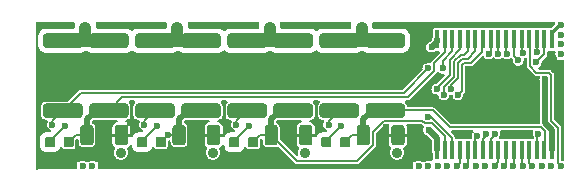
<source format=gbl>
G04 #@! TF.GenerationSoftware,KiCad,Pcbnew,7.0.9*
G04 #@! TF.CreationDate,2024-03-27T02:29:44+03:00*
G04 #@! TF.ProjectId,hellen1-mcz33810,68656c6c-656e-4312-9d6d-637a33333831,rev?*
G04 #@! TF.SameCoordinates,PX507b070PY4a65690*
G04 #@! TF.FileFunction,Copper,L4,Bot*
G04 #@! TF.FilePolarity,Positive*
%FSLAX46Y46*%
G04 Gerber Fmt 4.6, Leading zero omitted, Abs format (unit mm)*
G04 Created by KiCad (PCBNEW 7.0.9) date 2024-03-27 02:29:44*
%MOMM*%
%LPD*%
G01*
G04 APERTURE LIST*
G04 #@! TA.AperFunction,ComponentPad*
%ADD10C,0.600000*%
G04 #@! TD*
G04 #@! TA.AperFunction,SMDPad,CuDef*
%ADD11R,0.200000X12.500000*%
G04 #@! TD*
G04 #@! TA.AperFunction,SMDPad,CuDef*
%ADD12R,3.300000X0.200000*%
G04 #@! TD*
G04 #@! TA.AperFunction,SMDPad,CuDef*
%ADD13R,3.500000X0.200000*%
G04 #@! TD*
G04 #@! TA.AperFunction,SMDPad,CuDef*
%ADD14R,6.000000X0.200000*%
G04 #@! TD*
G04 #@! TA.AperFunction,SMDPad,CuDef*
%ADD15R,26.650000X0.200000*%
G04 #@! TD*
G04 #@! TA.AperFunction,SMDPad,CuDef*
%ADD16R,15.400000X0.200000*%
G04 #@! TD*
G04 #@! TA.AperFunction,SMDPad,CuDef*
%ADD17R,0.200000X8.500000*%
G04 #@! TD*
G04 #@! TA.AperFunction,ComponentPad*
%ADD18C,1.000000*%
G04 #@! TD*
G04 #@! TA.AperFunction,SMDPad,CuDef*
%ADD19R,0.431800X1.600200*%
G04 #@! TD*
G04 #@! TA.AperFunction,SMDPad,CuDef*
%ADD20R,4.953000X4.953000*%
G04 #@! TD*
G04 #@! TA.AperFunction,ViaPad*
%ADD21C,0.600000*%
G04 #@! TD*
G04 #@! TA.AperFunction,ViaPad*
%ADD22C,0.900000*%
G04 #@! TD*
G04 #@! TA.AperFunction,Conductor*
%ADD23C,0.200000*%
G04 #@! TD*
G04 #@! TA.AperFunction,Conductor*
%ADD24C,1.000000*%
G04 #@! TD*
G04 #@! TA.AperFunction,Conductor*
%ADD25C,0.500000*%
G04 #@! TD*
G04 #@! TA.AperFunction,Conductor*
%ADD26C,0.350000*%
G04 #@! TD*
G04 APERTURE END LIST*
D10*
G04 #@! TO.P,M801,E1,OUT_INJ4*
G04 #@! TO.N,/OUT_INJ4*
X44460000Y9810000D03*
G04 #@! TO.P,M801,E2,OUT_INJ3*
G04 #@! TO.N,/OUT_INJ3*
X44460000Y10610000D03*
G04 #@! TO.P,M801,E3,OUT_INJ1*
G04 #@! TO.N,/OUT_INJ1*
X44460000Y11410000D03*
G04 #@! TO.P,M801,E4,OUT_INJ2*
G04 #@! TO.N,/OUT_INJ2*
X44460000Y12210000D03*
D11*
G04 #@! TO.P,M801,G,GND*
G04 #@! TO.N,GND*
X110000Y6260000D03*
D12*
X1660000Y12410000D03*
D13*
X1760000Y110000D03*
D14*
X8110000Y12410000D03*
X15910000Y12410000D03*
D15*
X18635000Y110000D03*
D14*
X23710000Y12410000D03*
D16*
X36260000Y12410000D03*
D17*
X44660000Y5060000D03*
D18*
G04 #@! TO.P,M801,N1,OUT_IGN1*
G04 #@! TO.N,/OUT_IGN1*
X4210000Y12010000D03*
G04 #@! TO.P,M801,N2,OUT_IGN2*
G04 #@! TO.N,/OUT_IGN2*
X12010000Y12010000D03*
G04 #@! TO.P,M801,N3,OUT_IGN3*
G04 #@! TO.N,/OUT_IGN3*
X19810000Y12010000D03*
G04 #@! TO.P,M801,N4,OUT_IGN4*
G04 #@! TO.N,/OUT_IGN4*
X27610000Y12010000D03*
D10*
G04 #@! TO.P,M801,S1,INJ4*
G04 #@! TO.N,/INJ4*
X44460000Y310000D03*
G04 #@! TO.P,M801,S2,INJ3*
G04 #@! TO.N,/INJ3*
X43660000Y310000D03*
G04 #@! TO.P,M801,S3,INJ2*
G04 #@! TO.N,/INJ2*
X42860000Y310000D03*
G04 #@! TO.P,M801,S4,~SPKDUR*
G04 #@! TO.N,/~SPKDUR*
X42060000Y310000D03*
G04 #@! TO.P,M801,S5,IGN4*
G04 #@! TO.N,/IGN4*
X41260000Y310000D03*
G04 #@! TO.P,M801,S6,IGN3*
G04 #@! TO.N,/IGN3*
X40460000Y310000D03*
G04 #@! TO.P,M801,S7,IGN2*
G04 #@! TO.N,/IGN2*
X39660000Y310000D03*
G04 #@! TO.P,M801,S8,IGN1*
G04 #@! TO.N,/IGN1*
X38860000Y310000D03*
G04 #@! TO.P,M801,S9,INJ1*
G04 #@! TO.N,/INJ1*
X38060000Y310000D03*
G04 #@! TO.P,M801,S10,~OUTEN*
G04 #@! TO.N,/~OUTEN*
X37260000Y310000D03*
G04 #@! TO.P,M801,S11,NOMI*
G04 #@! TO.N,/NOMI*
X36460000Y310000D03*
G04 #@! TO.P,M801,S12,MAXI*
G04 #@! TO.N,/MAXI*
X35660000Y310000D03*
G04 #@! TO.P,M801,S13,MISO*
G04 #@! TO.N,/MISO*
X34860000Y310000D03*
G04 #@! TO.P,M801,S14,MOSI*
G04 #@! TO.N,/MOSI*
X34060000Y310000D03*
G04 #@! TO.P,M801,S15,SCLK*
G04 #@! TO.N,/SCLK*
X33260000Y310000D03*
G04 #@! TO.P,M801,S16,~CS*
G04 #@! TO.N,/~CS*
X32460000Y310000D03*
G04 #@! TO.P,M801,S17,12V_IN*
G04 #@! TO.N,+12V*
X4810000Y310000D03*
G04 #@! TO.P,M801,S18,3V3_IN*
G04 #@! TO.N,+3V3*
X4010000Y310000D03*
G04 #@! TD*
G04 #@! TO.P,C809,1*
G04 #@! TO.N,/OUT_IGN4*
G04 #@! TA.AperFunction,SMDPad,CuDef*
G36*
G01*
X24194999Y1970000D02*
X24194999Y2650000D01*
G75*
G02*
X24279999Y2735000I85000J0D01*
G01*
X24959999Y2735000D01*
G75*
G02*
X25044999Y2650000I0J-85000D01*
G01*
X25044999Y1970000D01*
G75*
G02*
X24959999Y1885000I-85000J0D01*
G01*
X24279999Y1885000D01*
G75*
G02*
X24194999Y1970000I0J85000D01*
G01*
G37*
G04 #@! TD.AperFunction*
G04 #@! TO.P,C809,2*
G04 #@! TO.N,Net-(U801-FB3)*
G04 #@! TA.AperFunction,SMDPad,CuDef*
G36*
G01*
X25775001Y1970000D02*
X25775001Y2650000D01*
G75*
G02*
X25860001Y2735000I85000J0D01*
G01*
X26540001Y2735000D01*
G75*
G02*
X26625001Y2650000I0J-85000D01*
G01*
X26625001Y1970000D01*
G75*
G02*
X26540001Y1885000I-85000J0D01*
G01*
X25860001Y1885000D01*
G75*
G02*
X25775001Y1970000I0J85000D01*
G01*
G37*
G04 #@! TD.AperFunction*
G04 #@! TD*
G04 #@! TO.P,R812,1*
G04 #@! TO.N,/OUT_IGN4*
G04 #@! TA.AperFunction,SMDPad,CuDef*
G36*
G01*
X28185000Y11522500D02*
X31035000Y11522500D01*
G75*
G02*
X31285000Y11272500I0J-250000D01*
G01*
X31285000Y10547500D01*
G75*
G02*
X31035000Y10297500I-250000J0D01*
G01*
X28185000Y10297500D01*
G75*
G02*
X27935000Y10547500I0J250000D01*
G01*
X27935000Y11272500D01*
G75*
G02*
X28185000Y11522500I250000J0D01*
G01*
G37*
G04 #@! TD.AperFunction*
G04 #@! TO.P,R812,2*
G04 #@! TO.N,Net-(U801-FB3)*
G04 #@! TA.AperFunction,SMDPad,CuDef*
G36*
G01*
X28185000Y5597500D02*
X31035000Y5597500D01*
G75*
G02*
X31285000Y5347500I0J-250000D01*
G01*
X31285000Y4622500D01*
G75*
G02*
X31035000Y4372500I-250000J0D01*
G01*
X28185000Y4372500D01*
G75*
G02*
X27935000Y4622500I0J250000D01*
G01*
X27935000Y5347500D01*
G75*
G02*
X28185000Y5597500I250000J0D01*
G01*
G37*
G04 #@! TD.AperFunction*
G04 #@! TD*
G04 #@! TO.P,C807,1*
G04 #@! TO.N,/OUT_IGN2*
G04 #@! TA.AperFunction,SMDPad,CuDef*
G36*
G01*
X8594999Y1970000D02*
X8594999Y2650000D01*
G75*
G02*
X8679999Y2735000I85000J0D01*
G01*
X9359999Y2735000D01*
G75*
G02*
X9444999Y2650000I0J-85000D01*
G01*
X9444999Y1970000D01*
G75*
G02*
X9359999Y1885000I-85000J0D01*
G01*
X8679999Y1885000D01*
G75*
G02*
X8594999Y1970000I0J85000D01*
G01*
G37*
G04 #@! TD.AperFunction*
G04 #@! TO.P,C807,2*
G04 #@! TO.N,Net-(U801-FB1)*
G04 #@! TA.AperFunction,SMDPad,CuDef*
G36*
G01*
X10175001Y1970000D02*
X10175001Y2650000D01*
G75*
G02*
X10260001Y2735000I85000J0D01*
G01*
X10940001Y2735000D01*
G75*
G02*
X11025001Y2650000I0J-85000D01*
G01*
X11025001Y1970000D01*
G75*
G02*
X10940001Y1885000I-85000J0D01*
G01*
X10260001Y1885000D01*
G75*
G02*
X10175001Y1970000I0J85000D01*
G01*
G37*
G04 #@! TD.AperFunction*
G04 #@! TD*
G04 #@! TO.P,R815,1*
G04 #@! TO.N,/OUT_IGN2*
G04 #@! TA.AperFunction,SMDPad,CuDef*
G36*
G01*
X8685000Y11522500D02*
X11535000Y11522500D01*
G75*
G02*
X11785000Y11272500I0J-250000D01*
G01*
X11785000Y10547500D01*
G75*
G02*
X11535000Y10297500I-250000J0D01*
G01*
X8685000Y10297500D01*
G75*
G02*
X8435000Y10547500I0J250000D01*
G01*
X8435000Y11272500D01*
G75*
G02*
X8685000Y11522500I250000J0D01*
G01*
G37*
G04 #@! TD.AperFunction*
G04 #@! TO.P,R815,2*
G04 #@! TO.N,Net-(Q802-G)*
G04 #@! TA.AperFunction,SMDPad,CuDef*
G36*
G01*
X8685000Y5597500D02*
X11535000Y5597500D01*
G75*
G02*
X11785000Y5347500I0J-250000D01*
G01*
X11785000Y4622500D01*
G75*
G02*
X11535000Y4372500I-250000J0D01*
G01*
X8685000Y4372500D01*
G75*
G02*
X8435000Y4622500I0J250000D01*
G01*
X8435000Y5347500D01*
G75*
G02*
X8685000Y5597500I250000J0D01*
G01*
G37*
G04 #@! TD.AperFunction*
G04 #@! TD*
G04 #@! TO.P,R806,1*
G04 #@! TO.N,/OUT_IGN1*
G04 #@! TA.AperFunction,SMDPad,CuDef*
G36*
G01*
X4785000Y11522500D02*
X7635000Y11522500D01*
G75*
G02*
X7885000Y11272500I0J-250000D01*
G01*
X7885000Y10547500D01*
G75*
G02*
X7635000Y10297500I-250000J0D01*
G01*
X4785000Y10297500D01*
G75*
G02*
X4535000Y10547500I0J250000D01*
G01*
X4535000Y11272500D01*
G75*
G02*
X4785000Y11522500I250000J0D01*
G01*
G37*
G04 #@! TD.AperFunction*
G04 #@! TO.P,R806,2*
G04 #@! TO.N,Net-(U801-FB0)*
G04 #@! TA.AperFunction,SMDPad,CuDef*
G36*
G01*
X4785000Y5597500D02*
X7635000Y5597500D01*
G75*
G02*
X7885000Y5347500I0J-250000D01*
G01*
X7885000Y4622500D01*
G75*
G02*
X7635000Y4372500I-250000J0D01*
G01*
X4785000Y4372500D01*
G75*
G02*
X4535000Y4622500I0J250000D01*
G01*
X4535000Y5347500D01*
G75*
G02*
X4785000Y5597500I250000J0D01*
G01*
G37*
G04 #@! TD.AperFunction*
G04 #@! TD*
G04 #@! TO.P,R813,1*
G04 #@! TO.N,Net-(U801-FB3)*
G04 #@! TA.AperFunction,SMDPad,CuDef*
G36*
G01*
X27185000Y2285000D02*
X27185000Y3535000D01*
G75*
G02*
X27435000Y3785000I250000J0D01*
G01*
X28060000Y3785000D01*
G75*
G02*
X28310000Y3535000I0J-250000D01*
G01*
X28310000Y2285000D01*
G75*
G02*
X28060000Y2035000I-250000J0D01*
G01*
X27435000Y2035000D01*
G75*
G02*
X27185000Y2285000I0J250000D01*
G01*
G37*
G04 #@! TD.AperFunction*
G04 #@! TO.P,R813,2*
G04 #@! TO.N,GND*
G04 #@! TA.AperFunction,SMDPad,CuDef*
G36*
G01*
X30110000Y2285000D02*
X30110000Y3535000D01*
G75*
G02*
X30360000Y3785000I250000J0D01*
G01*
X30985000Y3785000D01*
G75*
G02*
X31235000Y3535000I0J-250000D01*
G01*
X31235000Y2285000D01*
G75*
G02*
X30985000Y2035000I-250000J0D01*
G01*
X30360000Y2035000D01*
G75*
G02*
X30110000Y2285000I0J250000D01*
G01*
G37*
G04 #@! TD.AperFunction*
G04 #@! TD*
G04 #@! TO.P,C808,1*
G04 #@! TO.N,/OUT_IGN3*
G04 #@! TA.AperFunction,SMDPad,CuDef*
G36*
G01*
X16394999Y1970000D02*
X16394999Y2650000D01*
G75*
G02*
X16479999Y2735000I85000J0D01*
G01*
X17159999Y2735000D01*
G75*
G02*
X17244999Y2650000I0J-85000D01*
G01*
X17244999Y1970000D01*
G75*
G02*
X17159999Y1885000I-85000J0D01*
G01*
X16479999Y1885000D01*
G75*
G02*
X16394999Y1970000I0J85000D01*
G01*
G37*
G04 #@! TD.AperFunction*
G04 #@! TO.P,C808,2*
G04 #@! TO.N,Net-(U801-FB2)*
G04 #@! TA.AperFunction,SMDPad,CuDef*
G36*
G01*
X17975001Y1970000D02*
X17975001Y2650000D01*
G75*
G02*
X18060001Y2735000I85000J0D01*
G01*
X18740001Y2735000D01*
G75*
G02*
X18825001Y2650000I0J-85000D01*
G01*
X18825001Y1970000D01*
G75*
G02*
X18740001Y1885000I-85000J0D01*
G01*
X18060001Y1885000D01*
G75*
G02*
X17975001Y1970000I0J85000D01*
G01*
G37*
G04 #@! TD.AperFunction*
G04 #@! TD*
G04 #@! TO.P,C806,1*
G04 #@! TO.N,/OUT_IGN1*
G04 #@! TA.AperFunction,SMDPad,CuDef*
G36*
G01*
X794999Y1970000D02*
X794999Y2650000D01*
G75*
G02*
X879999Y2735000I85000J0D01*
G01*
X1559999Y2735000D01*
G75*
G02*
X1644999Y2650000I0J-85000D01*
G01*
X1644999Y1970000D01*
G75*
G02*
X1559999Y1885000I-85000J0D01*
G01*
X879999Y1885000D01*
G75*
G02*
X794999Y1970000I0J85000D01*
G01*
G37*
G04 #@! TD.AperFunction*
G04 #@! TO.P,C806,2*
G04 #@! TO.N,Net-(U801-FB0)*
G04 #@! TA.AperFunction,SMDPad,CuDef*
G36*
G01*
X2375001Y1970000D02*
X2375001Y2650000D01*
G75*
G02*
X2460001Y2735000I85000J0D01*
G01*
X3140001Y2735000D01*
G75*
G02*
X3225001Y2650000I0J-85000D01*
G01*
X3225001Y1970000D01*
G75*
G02*
X3140001Y1885000I-85000J0D01*
G01*
X2460001Y1885000D01*
G75*
G02*
X2375001Y1970000I0J85000D01*
G01*
G37*
G04 #@! TD.AperFunction*
G04 #@! TD*
D19*
G04 #@! TO.P,U801,1,OUT0*
G04 #@! TO.N,/OUT_INJ1*
X33983200Y11009000D03*
G04 #@! TO.P,U801,2,FB0*
G04 #@! TO.N,Net-(U801-FB0)*
X34643600Y11009000D03*
G04 #@! TO.P,U801,3,GD0*
G04 #@! TO.N,Net-(Q801-G)*
X35278600Y11009000D03*
G04 #@! TO.P,U801,4,~CS*
G04 #@! TO.N,/~CS*
X35939000Y11009000D03*
G04 #@! TO.P,U801,5,SCLK*
G04 #@! TO.N,/SCLK*
X36574000Y11009000D03*
G04 #@! TO.P,U801,6,SI*
G04 #@! TO.N,/MOSI*
X37234400Y11009000D03*
G04 #@! TO.P,U801,7,SO*
G04 #@! TO.N,/MISO*
X37894800Y11009000D03*
G04 #@! TO.P,U801,8,VDD*
G04 #@! TO.N,+3V3*
X38529800Y11009000D03*
G04 #@! TO.P,U801,9,~OUTEN*
G04 #@! TO.N,/~OUTEN*
X39190200Y11009000D03*
G04 #@! TO.P,U801,10,DIN0*
G04 #@! TO.N,/INJ1*
X39825200Y11009000D03*
G04 #@! TO.P,U801,11,DIN1*
G04 #@! TO.N,/INJ2*
X40485600Y11009000D03*
G04 #@! TO.P,U801,12,DIN2*
G04 #@! TO.N,/INJ3*
X41146000Y11009000D03*
G04 #@! TO.P,U801,13,DIN3*
G04 #@! TO.N,/INJ4*
X41781000Y11009000D03*
G04 #@! TO.P,U801,14,GD1*
G04 #@! TO.N,Net-(Q802-G)*
X42441400Y11009000D03*
G04 #@! TO.P,U801,15,FB1*
G04 #@! TO.N,Net-(U801-FB1)*
X43076400Y11009000D03*
G04 #@! TO.P,U801,16,OUT1*
G04 #@! TO.N,/OUT_INJ2*
X43736800Y11009000D03*
G04 #@! TO.P,U801,17,OUT3*
G04 #@! TO.N,/OUT_INJ4*
X43736800Y1611000D03*
G04 #@! TO.P,U801,18,FB3*
G04 #@! TO.N,Net-(U801-FB3)*
X43076400Y1611000D03*
G04 #@! TO.P,U801,19,GD3*
G04 #@! TO.N,Net-(Q804-G)*
X42441400Y1611000D03*
G04 #@! TO.P,U801,20,~SPKDUR*
G04 #@! TO.N,/~SPKDUR*
X41781000Y1611000D03*
G04 #@! TO.P,U801,21,GIN3*
G04 #@! TO.N,/IGN4*
X41146000Y1611000D03*
G04 #@! TO.P,U801,22,GIN2*
G04 #@! TO.N,/IGN3*
X40485600Y1611000D03*
G04 #@! TO.P,U801,23,GIN1*
G04 #@! TO.N,/IGN2*
X39825200Y1611000D03*
G04 #@! TO.P,U801,24,GIN0*
G04 #@! TO.N,/IGN1*
X39190200Y1611000D03*
G04 #@! TO.P,U801,25,VPWR*
G04 #@! TO.N,+12V*
X38529800Y1611000D03*
G04 #@! TO.P,U801,26,RSP*
G04 #@! TO.N,Net-(U801-RSP)*
X37894800Y1611000D03*
G04 #@! TO.P,U801,27,RSN*
G04 #@! TO.N,Net-(U801-RSN)*
X37234400Y1611000D03*
G04 #@! TO.P,U801,28,NOMI*
G04 #@! TO.N,/NOMI*
X36574000Y1611000D03*
G04 #@! TO.P,U801,29,MAXI*
G04 #@! TO.N,/MAXI*
X35939000Y1611000D03*
G04 #@! TO.P,U801,30,GD2*
G04 #@! TO.N,Net-(Q803-G)*
X35278600Y1611000D03*
G04 #@! TO.P,U801,31,FB2*
G04 #@! TO.N,Net-(U801-FB2)*
X34643600Y1611000D03*
G04 #@! TO.P,U801,32,OUT2*
G04 #@! TO.N,/OUT_INJ3*
X33983200Y1611000D03*
D20*
G04 #@! TO.P,U801,33,GND*
G04 #@! TO.N,GND*
X38860000Y6310000D03*
G04 #@! TD*
G04 #@! TO.P,R816,1*
G04 #@! TO.N,/OUT_IGN3*
G04 #@! TA.AperFunction,SMDPad,CuDef*
G36*
G01*
X16485000Y11522500D02*
X19335000Y11522500D01*
G75*
G02*
X19585000Y11272500I0J-250000D01*
G01*
X19585000Y10547500D01*
G75*
G02*
X19335000Y10297500I-250000J0D01*
G01*
X16485000Y10297500D01*
G75*
G02*
X16235000Y10547500I0J250000D01*
G01*
X16235000Y11272500D01*
G75*
G02*
X16485000Y11522500I250000J0D01*
G01*
G37*
G04 #@! TD.AperFunction*
G04 #@! TO.P,R816,2*
G04 #@! TO.N,Net-(Q803-G)*
G04 #@! TA.AperFunction,SMDPad,CuDef*
G36*
G01*
X16485000Y5597500D02*
X19335000Y5597500D01*
G75*
G02*
X19585000Y5347500I0J-250000D01*
G01*
X19585000Y4622500D01*
G75*
G02*
X19335000Y4372500I-250000J0D01*
G01*
X16485000Y4372500D01*
G75*
G02*
X16235000Y4622500I0J250000D01*
G01*
X16235000Y5347500D01*
G75*
G02*
X16485000Y5597500I250000J0D01*
G01*
G37*
G04 #@! TD.AperFunction*
G04 #@! TD*
G04 #@! TO.P,R808,1*
G04 #@! TO.N,/OUT_IGN2*
G04 #@! TA.AperFunction,SMDPad,CuDef*
G36*
G01*
X12585000Y11522500D02*
X15435000Y11522500D01*
G75*
G02*
X15685000Y11272500I0J-250000D01*
G01*
X15685000Y10547500D01*
G75*
G02*
X15435000Y10297500I-250000J0D01*
G01*
X12585000Y10297500D01*
G75*
G02*
X12335000Y10547500I0J250000D01*
G01*
X12335000Y11272500D01*
G75*
G02*
X12585000Y11522500I250000J0D01*
G01*
G37*
G04 #@! TD.AperFunction*
G04 #@! TO.P,R808,2*
G04 #@! TO.N,Net-(U801-FB1)*
G04 #@! TA.AperFunction,SMDPad,CuDef*
G36*
G01*
X12585000Y5597500D02*
X15435000Y5597500D01*
G75*
G02*
X15685000Y5347500I0J-250000D01*
G01*
X15685000Y4622500D01*
G75*
G02*
X15435000Y4372500I-250000J0D01*
G01*
X12585000Y4372500D01*
G75*
G02*
X12335000Y4622500I0J250000D01*
G01*
X12335000Y5347500D01*
G75*
G02*
X12585000Y5597500I250000J0D01*
G01*
G37*
G04 #@! TD.AperFunction*
G04 #@! TD*
G04 #@! TO.P,R814,1*
G04 #@! TO.N,/OUT_IGN1*
G04 #@! TA.AperFunction,SMDPad,CuDef*
G36*
G01*
X885000Y11522500D02*
X3735000Y11522500D01*
G75*
G02*
X3985000Y11272500I0J-250000D01*
G01*
X3985000Y10547500D01*
G75*
G02*
X3735000Y10297500I-250000J0D01*
G01*
X885000Y10297500D01*
G75*
G02*
X635000Y10547500I0J250000D01*
G01*
X635000Y11272500D01*
G75*
G02*
X885000Y11522500I250000J0D01*
G01*
G37*
G04 #@! TD.AperFunction*
G04 #@! TO.P,R814,2*
G04 #@! TO.N,Net-(Q801-G)*
G04 #@! TA.AperFunction,SMDPad,CuDef*
G36*
G01*
X885000Y5597500D02*
X3735000Y5597500D01*
G75*
G02*
X3985000Y5347500I0J-250000D01*
G01*
X3985000Y4622500D01*
G75*
G02*
X3735000Y4372500I-250000J0D01*
G01*
X885000Y4372500D01*
G75*
G02*
X635000Y4622500I0J250000D01*
G01*
X635000Y5347500D01*
G75*
G02*
X885000Y5597500I250000J0D01*
G01*
G37*
G04 #@! TD.AperFunction*
G04 #@! TD*
G04 #@! TO.P,R809,1*
G04 #@! TO.N,Net-(U801-FB1)*
G04 #@! TA.AperFunction,SMDPad,CuDef*
G36*
G01*
X11585000Y2285000D02*
X11585000Y3535000D01*
G75*
G02*
X11835000Y3785000I250000J0D01*
G01*
X12460000Y3785000D01*
G75*
G02*
X12710000Y3535000I0J-250000D01*
G01*
X12710000Y2285000D01*
G75*
G02*
X12460000Y2035000I-250000J0D01*
G01*
X11835000Y2035000D01*
G75*
G02*
X11585000Y2285000I0J250000D01*
G01*
G37*
G04 #@! TD.AperFunction*
G04 #@! TO.P,R809,2*
G04 #@! TO.N,GND*
G04 #@! TA.AperFunction,SMDPad,CuDef*
G36*
G01*
X14510000Y2285000D02*
X14510000Y3535000D01*
G75*
G02*
X14760000Y3785000I250000J0D01*
G01*
X15385000Y3785000D01*
G75*
G02*
X15635000Y3535000I0J-250000D01*
G01*
X15635000Y2285000D01*
G75*
G02*
X15385000Y2035000I-250000J0D01*
G01*
X14760000Y2035000D01*
G75*
G02*
X14510000Y2285000I0J250000D01*
G01*
G37*
G04 #@! TD.AperFunction*
G04 #@! TD*
G04 #@! TO.P,R810,1*
G04 #@! TO.N,/OUT_IGN3*
G04 #@! TA.AperFunction,SMDPad,CuDef*
G36*
G01*
X20385000Y11522500D02*
X23235000Y11522500D01*
G75*
G02*
X23485000Y11272500I0J-250000D01*
G01*
X23485000Y10547500D01*
G75*
G02*
X23235000Y10297500I-250000J0D01*
G01*
X20385000Y10297500D01*
G75*
G02*
X20135000Y10547500I0J250000D01*
G01*
X20135000Y11272500D01*
G75*
G02*
X20385000Y11522500I250000J0D01*
G01*
G37*
G04 #@! TD.AperFunction*
G04 #@! TO.P,R810,2*
G04 #@! TO.N,Net-(U801-FB2)*
G04 #@! TA.AperFunction,SMDPad,CuDef*
G36*
G01*
X20385000Y5597500D02*
X23235000Y5597500D01*
G75*
G02*
X23485000Y5347500I0J-250000D01*
G01*
X23485000Y4622500D01*
G75*
G02*
X23235000Y4372500I-250000J0D01*
G01*
X20385000Y4372500D01*
G75*
G02*
X20135000Y4622500I0J250000D01*
G01*
X20135000Y5347500D01*
G75*
G02*
X20385000Y5597500I250000J0D01*
G01*
G37*
G04 #@! TD.AperFunction*
G04 #@! TD*
G04 #@! TO.P,R807,1*
G04 #@! TO.N,Net-(U801-FB0)*
G04 #@! TA.AperFunction,SMDPad,CuDef*
G36*
G01*
X3785000Y2285000D02*
X3785000Y3535000D01*
G75*
G02*
X4035000Y3785000I250000J0D01*
G01*
X4660000Y3785000D01*
G75*
G02*
X4910000Y3535000I0J-250000D01*
G01*
X4910000Y2285000D01*
G75*
G02*
X4660000Y2035000I-250000J0D01*
G01*
X4035000Y2035000D01*
G75*
G02*
X3785000Y2285000I0J250000D01*
G01*
G37*
G04 #@! TD.AperFunction*
G04 #@! TO.P,R807,2*
G04 #@! TO.N,GND*
G04 #@! TA.AperFunction,SMDPad,CuDef*
G36*
G01*
X6710000Y2285000D02*
X6710000Y3535000D01*
G75*
G02*
X6960000Y3785000I250000J0D01*
G01*
X7585000Y3785000D01*
G75*
G02*
X7835000Y3535000I0J-250000D01*
G01*
X7835000Y2285000D01*
G75*
G02*
X7585000Y2035000I-250000J0D01*
G01*
X6960000Y2035000D01*
G75*
G02*
X6710000Y2285000I0J250000D01*
G01*
G37*
G04 #@! TD.AperFunction*
G04 #@! TD*
G04 #@! TO.P,R817,1*
G04 #@! TO.N,/OUT_IGN4*
G04 #@! TA.AperFunction,SMDPad,CuDef*
G36*
G01*
X24285000Y11522500D02*
X27135000Y11522500D01*
G75*
G02*
X27385000Y11272500I0J-250000D01*
G01*
X27385000Y10547500D01*
G75*
G02*
X27135000Y10297500I-250000J0D01*
G01*
X24285000Y10297500D01*
G75*
G02*
X24035000Y10547500I0J250000D01*
G01*
X24035000Y11272500D01*
G75*
G02*
X24285000Y11522500I250000J0D01*
G01*
G37*
G04 #@! TD.AperFunction*
G04 #@! TO.P,R817,2*
G04 #@! TO.N,Net-(Q804-G)*
G04 #@! TA.AperFunction,SMDPad,CuDef*
G36*
G01*
X24285000Y5597500D02*
X27135000Y5597500D01*
G75*
G02*
X27385000Y5347500I0J-250000D01*
G01*
X27385000Y4622500D01*
G75*
G02*
X27135000Y4372500I-250000J0D01*
G01*
X24285000Y4372500D01*
G75*
G02*
X24035000Y4622500I0J250000D01*
G01*
X24035000Y5347500D01*
G75*
G02*
X24285000Y5597500I250000J0D01*
G01*
G37*
G04 #@! TD.AperFunction*
G04 #@! TD*
G04 #@! TO.P,R811,1*
G04 #@! TO.N,Net-(U801-FB2)*
G04 #@! TA.AperFunction,SMDPad,CuDef*
G36*
G01*
X19385000Y2285000D02*
X19385000Y3535000D01*
G75*
G02*
X19635000Y3785000I250000J0D01*
G01*
X20260000Y3785000D01*
G75*
G02*
X20510000Y3535000I0J-250000D01*
G01*
X20510000Y2285000D01*
G75*
G02*
X20260000Y2035000I-250000J0D01*
G01*
X19635000Y2035000D01*
G75*
G02*
X19385000Y2285000I0J250000D01*
G01*
G37*
G04 #@! TD.AperFunction*
G04 #@! TO.P,R811,2*
G04 #@! TO.N,GND*
G04 #@! TA.AperFunction,SMDPad,CuDef*
G36*
G01*
X22310000Y2285000D02*
X22310000Y3535000D01*
G75*
G02*
X22560000Y3785000I250000J0D01*
G01*
X23185000Y3785000D01*
G75*
G02*
X23435000Y3535000I0J-250000D01*
G01*
X23435000Y2285000D01*
G75*
G02*
X23185000Y2035000I-250000J0D01*
G01*
X22560000Y2035000D01*
G75*
G02*
X22310000Y2285000I0J250000D01*
G01*
G37*
G04 #@! TD.AperFunction*
G04 #@! TD*
D21*
G04 #@! TO.N,GND*
X3960000Y1310000D03*
X43083372Y8760000D03*
X6010000Y3810000D03*
X16110000Y3510000D03*
X41769336Y2955147D03*
X40010000Y7910000D03*
X32060000Y3210000D03*
X36559774Y3033488D03*
X23787984Y12082360D03*
X8010000Y3910000D03*
X13360000Y3660000D03*
X40960000Y6560000D03*
X32310000Y11060000D03*
X15952120Y12068927D03*
X15610000Y8310000D03*
X33322602Y11874640D03*
X734093Y12210000D03*
X21477947Y3635679D03*
X16060000Y560000D03*
X28660000Y560000D03*
X39860000Y4410000D03*
X24010000Y3910000D03*
X41876117Y6226117D03*
X6775987Y450800D03*
X31810000Y860000D03*
X8010000Y8310000D03*
X39597686Y2879910D03*
X8153526Y12067988D03*
X29710000Y3559500D03*
X44210000Y4410000D03*
X41860000Y4210000D03*
X2810000Y560000D03*
X34907194Y4608129D03*
X37260000Y4710000D03*
X38860000Y6310000D03*
X809659Y559490D03*
X23510000Y8810000D03*
X36960000Y8260000D03*
G04 #@! TO.N,+3V3*
X38360000Y9810000D03*
G04 #@! TO.N,+12V*
X38860000Y3034000D03*
G04 #@! TO.N,/OUT_IGN1*
X2456804Y3670002D03*
G04 #@! TO.N,/OUT_IGN2*
X10256804Y3670002D03*
G04 #@! TO.N,Net-(U801-FB1)*
X42403323Y9076287D03*
X11200001Y2910000D03*
G04 #@! TO.N,/OUT_IGN3*
X18056804Y3670002D03*
G04 #@! TO.N,/OUT_IGN4*
X25856804Y3670002D03*
G04 #@! TO.N,Net-(Q801-G)*
X1410000Y3810000D03*
X34460000Y8560000D03*
X33210500Y8560000D03*
D22*
G04 #@! TO.N,Net-(Q801-E)*
X22810000Y1435500D03*
X15010000Y1435500D03*
X7210000Y1435500D03*
X30610000Y1435500D03*
D21*
G04 #@! TO.N,Net-(Q802-G)*
X9210000Y3810000D03*
X42473518Y9924300D03*
G04 #@! TO.N,Net-(Q803-G)*
X17010000Y3810000D03*
X33266041Y4461808D03*
G04 #@! TO.N,Net-(Q804-G)*
X24810000Y3810000D03*
X42560000Y3010000D03*
G04 #@! TO.N,/~OUTEN*
X39160000Y9810000D03*
G04 #@! TO.N,/~CS*
X33960000Y6810000D03*
G04 #@! TO.N,Net-(U801-RSP)*
X38093307Y3015265D03*
G04 #@! TO.N,Net-(U801-RSN)*
X37372049Y2809620D03*
G04 #@! TO.N,/OUT_INJ1*
X33523650Y10360000D03*
G04 #@! TO.N,/SCLK*
X34560000Y6310000D03*
G04 #@! TO.N,/MOSI*
X35171043Y6800500D03*
G04 #@! TO.N,/MISO*
X35760000Y6319500D03*
G04 #@! TO.N,/INJ1*
X39909978Y9803873D03*
G04 #@! TO.N,/INJ2*
X40869500Y9236002D03*
G04 #@! TO.N,/INJ3*
X41250162Y9882222D03*
G04 #@! TO.N,/OUT_INJ4*
X43110000Y7660000D03*
G04 #@! TO.N,/OUT_INJ3*
X33278688Y3362808D03*
G04 #@! TD*
D23*
G04 #@! TO.N,+3V3*
X38559000Y11009000D02*
X38560000Y11010000D01*
X38529800Y11009000D02*
X38559000Y11009000D01*
X38529800Y9979800D02*
X38360000Y9810000D01*
X38529800Y11009000D02*
X38529800Y9979800D01*
G04 #@! TO.N,+12V*
X38860000Y3034000D02*
X38860000Y2941300D01*
X38529800Y2611100D02*
X38529800Y1611000D01*
X38860000Y2941300D02*
X38529800Y2611100D01*
G04 #@! TO.N,/OUT_IGN1*
X1219999Y2433197D02*
X2456804Y3670002D01*
D24*
X2310000Y10910000D02*
X4210000Y10910000D01*
X6210000Y10910000D02*
X4210000Y10910000D01*
D23*
X1219999Y2310000D02*
X1219999Y2433197D01*
D24*
X4210000Y10910000D02*
X4210000Y12010000D01*
D23*
G04 #@! TO.N,Net-(U801-FB0)*
X6210000Y4985000D02*
X7335000Y6110000D01*
D25*
X6210000Y4985000D02*
X5085000Y4985000D01*
X4347500Y4247500D02*
X4347500Y2910000D01*
D23*
X34643600Y9921418D02*
X34643600Y11009000D01*
X33760000Y9037818D02*
X34643600Y9921418D01*
X7335000Y6110000D02*
X31537818Y6110000D01*
X3400001Y2910000D02*
X4347500Y2910000D01*
X2800001Y2310000D02*
X3400001Y2910000D01*
X31537818Y6110000D02*
X33760000Y8332182D01*
X33760000Y8332182D02*
X33760000Y9037818D01*
D25*
X5085000Y4985000D02*
X4347500Y4247500D01*
D24*
G04 #@! TO.N,/OUT_IGN2*
X14010000Y10910000D02*
X12010000Y10910000D01*
D23*
X9019999Y2310000D02*
X9019999Y2433197D01*
X9019999Y2433197D02*
X10256804Y3670002D01*
D24*
X10110000Y10910000D02*
X12010000Y10910000D01*
X12010000Y10910000D02*
X12010000Y12010000D01*
D25*
G04 #@! TO.N,Net-(U801-FB1)*
X12147500Y4247500D02*
X12147500Y2910000D01*
D23*
X43076400Y11009000D02*
X43076400Y9749364D01*
D25*
X14010000Y4985000D02*
X12885000Y4985000D01*
D23*
X11200001Y2910000D02*
X12147500Y2910000D01*
X10600001Y2310000D02*
X11200001Y2910000D01*
X43076400Y9749364D02*
X42403323Y9076287D01*
D25*
X12885000Y4985000D02*
X12147500Y4247500D01*
D24*
G04 #@! TO.N,/OUT_IGN3*
X21810000Y10910000D02*
X19810000Y10910000D01*
X17910000Y10910000D02*
X19810000Y10910000D01*
D23*
X16819999Y2433197D02*
X18056804Y3670002D01*
D24*
X19810000Y10910000D02*
X19810000Y12010000D01*
D23*
X16819999Y2310000D02*
X16819999Y2433197D01*
G04 #@! TO.N,Net-(U801-FB2)*
X22147500Y710000D02*
X19947500Y2910000D01*
X34643600Y2800543D02*
X33531835Y3912308D01*
D25*
X19947500Y4247500D02*
X19947500Y2910000D01*
D23*
X29482182Y4109500D02*
X28560000Y3187318D01*
X18400001Y2310000D02*
X19000001Y2910000D01*
X34643600Y1611000D02*
X34643600Y2800543D01*
X33531835Y3912308D02*
X32954554Y3912308D01*
D25*
X20685000Y4985000D02*
X19947500Y4247500D01*
D23*
X32954554Y3912308D02*
X32757362Y4109500D01*
X28560000Y2070966D02*
X27199034Y710000D01*
X28560000Y3187318D02*
X28560000Y2070966D01*
X19000001Y2910000D02*
X19947500Y2910000D01*
X27199034Y710000D02*
X22147500Y710000D01*
X32757362Y4109500D02*
X29482182Y4109500D01*
D25*
X21810000Y4985000D02*
X20685000Y4985000D01*
D23*
G04 #@! TO.N,/OUT_IGN4*
X24619999Y2433197D02*
X25856804Y3670002D01*
X24619999Y2310000D02*
X24619999Y2433197D01*
D24*
X29610000Y10910000D02*
X27610000Y10910000D01*
X25710000Y10910000D02*
X27610000Y10910000D01*
X27610000Y10910000D02*
X27610000Y12010000D01*
D25*
G04 #@! TO.N,Net-(U801-FB3)*
X28485000Y4985000D02*
X27747500Y4247500D01*
X27747500Y4247500D02*
X27747500Y2910000D01*
D23*
X26800001Y2910000D02*
X27747500Y2910000D01*
D25*
X29610000Y4985000D02*
X28485000Y4985000D01*
D23*
X29636808Y5011808D02*
X33655247Y5011808D01*
X42764318Y3583500D02*
X43110000Y3237818D01*
X43110000Y1644600D02*
X43076400Y1611000D01*
X33655247Y5011808D02*
X35083555Y3583500D01*
X26200001Y2310000D02*
X26800001Y2910000D01*
X29610000Y4985000D02*
X29636808Y5011808D01*
X43110000Y3237818D02*
X43110000Y1644600D01*
X35083555Y3583500D02*
X42764318Y3583500D01*
G04 #@! TO.N,Net-(Q801-G)*
X2310000Y4985000D02*
X3835000Y6510000D01*
X35278600Y10023574D02*
X34460000Y9204974D01*
X34460000Y9204974D02*
X34460000Y8560000D01*
X1410000Y3810000D02*
X1410000Y4085000D01*
X35278600Y11009000D02*
X35278600Y10023574D01*
X31160500Y6510000D02*
X33210500Y8560000D01*
X1410000Y4085000D02*
X2310000Y4985000D01*
X3835000Y6510000D02*
X31160500Y6510000D01*
G04 #@! TO.N,Net-(Q802-G)*
X42441400Y11009000D02*
X42441400Y9956418D01*
X9210000Y4085000D02*
X10110000Y4985000D01*
X42441400Y9956418D02*
X42473518Y9924300D01*
X9210000Y3810000D02*
X9210000Y4085000D01*
G04 #@! TO.N,Net-(Q803-G)*
X17010000Y3810000D02*
X17010000Y4085000D01*
X33510272Y4461808D02*
X35278600Y2693480D01*
X35278600Y2693480D02*
X35278600Y1611000D01*
X33266041Y4461808D02*
X33510272Y4461808D01*
X17010000Y4085000D02*
X17910000Y4985000D01*
G04 #@! TO.N,Net-(Q804-G)*
X24810000Y4085000D02*
X25710000Y4985000D01*
X42441400Y2891400D02*
X42560000Y3010000D01*
X24810000Y3810000D02*
X24810000Y4085000D01*
X42441400Y1611000D02*
X42441400Y2891400D01*
G04 #@! TO.N,/~OUTEN*
X39190200Y9840200D02*
X39160000Y9810000D01*
X39190200Y11009000D02*
X39190200Y9840200D01*
G04 #@! TO.N,/~CS*
X35939000Y10189000D02*
X35062476Y9312476D01*
X35939000Y11009000D02*
X35939000Y10189000D01*
X33960000Y6910000D02*
X33960000Y6810000D01*
X35062476Y8012476D02*
X33960000Y6910000D01*
X35062476Y9312476D02*
X35062476Y8012476D01*
G04 #@! TO.N,Net-(U801-RSP)*
X37894800Y1611000D02*
X37894800Y2611100D01*
X38093307Y2809607D02*
X38093307Y3015265D01*
X37894800Y2611100D02*
X38093307Y2809607D01*
G04 #@! TO.N,Net-(U801-RSN)*
X37234400Y1611000D02*
X37234400Y2671971D01*
X37234400Y2671971D02*
X37372049Y2809620D01*
D25*
G04 #@! TO.N,/OUT_INJ1*
X33983200Y10819550D02*
X33523650Y10360000D01*
X33983200Y11009000D02*
X33983200Y10819550D01*
D23*
G04 #@! TO.N,/SCLK*
X36574000Y11009000D02*
X36574000Y10008900D01*
X34560000Y7015026D02*
X34560000Y6310000D01*
X36301600Y9736500D02*
X35981474Y9736500D01*
X35412476Y9167502D02*
X35412476Y7867502D01*
X35981474Y9736500D02*
X35412476Y9167502D01*
X35412476Y7867502D02*
X34560000Y7015026D01*
X36574000Y10008900D02*
X36301600Y9736500D01*
G04 #@! TO.N,/MOSI*
X35171043Y6800500D02*
X35171043Y7131095D01*
X36126448Y9386500D02*
X36612000Y9386500D01*
X37234400Y10008900D02*
X37234400Y11009000D01*
X36612000Y9386500D02*
X37234400Y10008900D01*
X35171043Y7131095D02*
X35762476Y7722528D01*
X35762476Y9022528D02*
X36126448Y9386500D01*
X35762476Y7722528D02*
X35762476Y9022528D01*
G04 #@! TO.N,/MISO*
X37894800Y11009000D02*
X37810000Y10924200D01*
X36886500Y9036500D02*
X36271422Y9036500D01*
X36112476Y8877554D02*
X36112476Y6671976D01*
X36112476Y6671976D02*
X35760000Y6319500D01*
X37810000Y9960000D02*
X36886500Y9036500D01*
X37810000Y10924200D02*
X37810000Y9960000D01*
X36271422Y9036500D02*
X36112476Y8877554D01*
G04 #@! TO.N,/INJ1*
X39825200Y9888651D02*
X39909978Y9803873D01*
X39825200Y11009000D02*
X39825200Y9888651D01*
G04 #@! TO.N,/INJ2*
X40485600Y11009000D02*
X40485600Y9619902D01*
X40485600Y9619902D02*
X40869500Y9236002D01*
G04 #@! TO.N,/INJ3*
X41146000Y9986384D02*
X41250162Y9882222D01*
X41146000Y11009000D02*
X41146000Y9986384D01*
G04 #@! TO.N,/INJ4*
X43437818Y8210000D02*
X43660000Y7987818D01*
X43660000Y7987818D02*
X43660000Y4132182D01*
X44236800Y3555381D02*
X44236800Y533200D01*
X41845839Y10944161D02*
X41845839Y8774161D01*
X44236800Y533200D02*
X44460000Y310000D01*
X41781000Y11009000D02*
X41845839Y10944161D01*
X42410000Y8210000D02*
X43437818Y8210000D01*
X43660000Y4132182D02*
X44236800Y3555381D01*
X41845839Y8774161D02*
X42410000Y8210000D01*
D26*
G04 #@! TO.N,/OUT_INJ2*
X44376116Y12210000D02*
X44460000Y12210000D01*
X43736800Y11009000D02*
X43736800Y11570684D01*
X43736800Y11570684D02*
X44376116Y12210000D01*
D25*
G04 #@! TO.N,/OUT_INJ4*
X43736800Y3348275D02*
X43110000Y3975075D01*
X43110000Y3975075D02*
X43110000Y7660000D01*
X43736800Y1611000D02*
X43736800Y3348275D01*
D23*
G04 #@! TO.N,/~SPKDUR*
X41781000Y589000D02*
X42060000Y310000D01*
X41781000Y1611000D02*
X41781000Y589000D01*
G04 #@! TO.N,/IGN4*
X41146000Y1611000D02*
X41146000Y424000D01*
X41146000Y424000D02*
X41260000Y310000D01*
G04 #@! TO.N,/IGN3*
X40485600Y335600D02*
X40460000Y310000D01*
X40485600Y1611000D02*
X40485600Y335600D01*
G04 #@! TO.N,/IGN2*
X39825200Y475200D02*
X39660000Y310000D01*
X39825200Y1611000D02*
X39825200Y475200D01*
G04 #@! TO.N,/IGN1*
X39190200Y1611000D02*
X39190200Y640194D01*
X39190200Y640194D02*
X38860003Y309997D01*
G04 #@! TO.N,/NOMI*
X36574000Y424000D02*
X36460000Y310000D01*
X36574000Y1611000D02*
X36574000Y424000D01*
G04 #@! TO.N,/MAXI*
X35939000Y1611000D02*
X35939000Y589000D01*
X35939000Y589000D02*
X35660000Y310000D01*
D25*
G04 #@! TO.N,/OUT_INJ3*
X33983200Y2658296D02*
X33983200Y1611000D01*
X33278688Y3362808D02*
X33983200Y2658296D01*
G04 #@! TD*
G04 #@! TA.AperFunction,Conductor*
G04 #@! TO.N,GND*
G36*
X43903039Y12490315D02*
G01*
X43948794Y12437511D01*
X43960000Y12386000D01*
X43960000Y12305573D01*
X43940315Y12238534D01*
X43923681Y12217892D01*
X43701709Y11995919D01*
X43640386Y11962434D01*
X43614028Y11959600D01*
X43506078Y11959600D01*
X43462176Y11950868D01*
X43454052Y11947502D01*
X43384583Y11940033D01*
X43359148Y11947502D01*
X43351023Y11950868D01*
X43307122Y11959600D01*
X43307120Y11959600D01*
X42845680Y11959600D01*
X42845678Y11959600D01*
X42789800Y11948485D01*
X42789313Y11950931D01*
X42736875Y11945296D01*
X42721843Y11949710D01*
X42672122Y11959600D01*
X42672120Y11959600D01*
X42210680Y11959600D01*
X42210678Y11959600D01*
X42166776Y11950868D01*
X42158652Y11947502D01*
X42089183Y11940033D01*
X42063748Y11947502D01*
X42055623Y11950868D01*
X42011722Y11959600D01*
X42011720Y11959600D01*
X41550280Y11959600D01*
X41550278Y11959600D01*
X41494400Y11948485D01*
X41493913Y11950931D01*
X41441475Y11945296D01*
X41426443Y11949710D01*
X41376722Y11959600D01*
X41376720Y11959600D01*
X40915280Y11959600D01*
X40915278Y11959600D01*
X40871376Y11950868D01*
X40863252Y11947502D01*
X40793783Y11940033D01*
X40768348Y11947502D01*
X40760223Y11950868D01*
X40716322Y11959600D01*
X40716320Y11959600D01*
X40254880Y11959600D01*
X40254878Y11959600D01*
X40210976Y11950868D01*
X40202852Y11947502D01*
X40133383Y11940033D01*
X40107948Y11947502D01*
X40099823Y11950868D01*
X40055922Y11959600D01*
X40055920Y11959600D01*
X39594480Y11959600D01*
X39594478Y11959600D01*
X39538600Y11948485D01*
X39538113Y11950931D01*
X39485675Y11945296D01*
X39470643Y11949710D01*
X39420922Y11959600D01*
X39420920Y11959600D01*
X38959480Y11959600D01*
X38959478Y11959600D01*
X38915576Y11950868D01*
X38907452Y11947502D01*
X38837983Y11940033D01*
X38812548Y11947502D01*
X38804423Y11950868D01*
X38760522Y11959600D01*
X38760520Y11959600D01*
X38299080Y11959600D01*
X38299078Y11959600D01*
X38243200Y11948485D01*
X38242713Y11950931D01*
X38190275Y11945296D01*
X38175243Y11949710D01*
X38125522Y11959600D01*
X38125520Y11959600D01*
X37664080Y11959600D01*
X37664078Y11959600D01*
X37620176Y11950868D01*
X37612052Y11947502D01*
X37542583Y11940033D01*
X37517148Y11947502D01*
X37509023Y11950868D01*
X37465122Y11959600D01*
X37465120Y11959600D01*
X37003680Y11959600D01*
X37003678Y11959600D01*
X36959776Y11950868D01*
X36951652Y11947502D01*
X36882183Y11940033D01*
X36856748Y11947502D01*
X36848623Y11950868D01*
X36804722Y11959600D01*
X36804720Y11959600D01*
X36343280Y11959600D01*
X36343278Y11959600D01*
X36287400Y11948485D01*
X36286913Y11950931D01*
X36234475Y11945296D01*
X36219443Y11949710D01*
X36169722Y11959600D01*
X36169720Y11959600D01*
X35708280Y11959600D01*
X35708278Y11959600D01*
X35664376Y11950868D01*
X35656252Y11947502D01*
X35586783Y11940033D01*
X35561348Y11947502D01*
X35553223Y11950868D01*
X35509322Y11959600D01*
X35509320Y11959600D01*
X35047880Y11959600D01*
X35047878Y11959600D01*
X34992000Y11948485D01*
X34991513Y11950931D01*
X34939075Y11945296D01*
X34924043Y11949710D01*
X34874322Y11959600D01*
X34874320Y11959600D01*
X34412880Y11959600D01*
X34412878Y11959600D01*
X34368976Y11950868D01*
X34360852Y11947502D01*
X34291383Y11940033D01*
X34265948Y11947502D01*
X34257823Y11950868D01*
X34213922Y11959600D01*
X34213920Y11959600D01*
X33752480Y11959600D01*
X33752478Y11959600D01*
X33708582Y11950869D01*
X33708575Y11950866D01*
X33658796Y11917605D01*
X33658795Y11917604D01*
X33625534Y11867825D01*
X33625531Y11867818D01*
X33616800Y11823923D01*
X33616800Y11201847D01*
X33603285Y11145552D01*
X33597553Y11134304D01*
X33597553Y11134303D01*
X33582700Y11040525D01*
X33582700Y11036806D01*
X33563015Y10969767D01*
X33546381Y10949125D01*
X33461306Y10864051D01*
X33408886Y10811630D01*
X33356144Y10780336D01*
X33334581Y10774004D01*
X33334580Y10774004D01*
X33225600Y10703967D01*
X33140768Y10606063D01*
X33140767Y10606062D01*
X33086952Y10488226D01*
X33068517Y10360000D01*
X33086952Y10231775D01*
X33124217Y10150178D01*
X33140768Y10113937D01*
X33225601Y10016033D01*
X33334581Y9945996D01*
X33361044Y9938226D01*
X33458875Y9909501D01*
X33458877Y9909500D01*
X33458878Y9909500D01*
X33588423Y9909500D01*
X33588423Y9909501D01*
X33712719Y9945996D01*
X33821699Y10016033D01*
X33821705Y10016041D01*
X33828399Y10021839D01*
X33829339Y10020754D01*
X33880107Y10053378D01*
X33915039Y10058400D01*
X34126960Y10058400D01*
X34193999Y10038715D01*
X34239754Y9985911D01*
X34249698Y9916753D01*
X34220673Y9853197D01*
X34214641Y9846719D01*
X33608955Y9241035D01*
X33590169Y9225617D01*
X33579403Y9218424D01*
X33579399Y9218419D01*
X33545378Y9167502D01*
X33524033Y9135560D01*
X33524033Y9135559D01*
X33513255Y9081375D01*
X33480869Y9019465D01*
X33420153Y8984891D01*
X33356704Y8986590D01*
X33345291Y8989941D01*
X33275272Y9010500D01*
X33145728Y9010500D01*
X33145726Y9010500D01*
X33021435Y8974006D01*
X33021432Y8974005D01*
X33021431Y8974004D01*
X32981063Y8948061D01*
X32912450Y8903967D01*
X32827618Y8806063D01*
X32827617Y8806062D01*
X32773802Y8688226D01*
X32755367Y8560000D01*
X32755367Y8559998D01*
X32759213Y8533244D01*
X32749268Y8464085D01*
X32724156Y8427918D01*
X31093059Y6796819D01*
X31031736Y6763334D01*
X31005378Y6760500D01*
X3871891Y6760500D01*
X3847699Y6762883D01*
X3835001Y6765409D01*
X3835000Y6765409D01*
X3737260Y6745966D01*
X3686815Y6712260D01*
X3654399Y6690602D01*
X3647203Y6679832D01*
X3631786Y6661049D01*
X2755057Y5784319D01*
X2693734Y5750834D01*
X2667376Y5748000D01*
X853482Y5748000D01*
X772519Y5735177D01*
X759696Y5733146D01*
X646658Y5675550D01*
X646657Y5675549D01*
X646652Y5675546D01*
X556954Y5585848D01*
X556951Y5585843D01*
X499352Y5472802D01*
X484500Y5379025D01*
X484500Y4590983D01*
X495292Y4522843D01*
X499354Y4497196D01*
X556950Y4384158D01*
X556952Y4384156D01*
X556954Y4384153D01*
X646652Y4294455D01*
X646654Y4294454D01*
X646658Y4294450D01*
X759694Y4236855D01*
X759698Y4236853D01*
X853475Y4222001D01*
X853481Y4222000D01*
X909951Y4222001D01*
X976989Y4202318D01*
X1022745Y4149514D01*
X1032689Y4080356D01*
X1022745Y4046490D01*
X973303Y3938228D01*
X973302Y3938227D01*
X954867Y3810000D01*
X973302Y3681775D01*
X1006597Y3608871D01*
X1027118Y3563937D01*
X1111951Y3466033D01*
X1220931Y3395996D01*
X1220934Y3395995D01*
X1220936Y3395994D01*
X1229003Y3392309D01*
X1227962Y3390031D01*
X1275563Y3359445D01*
X1304594Y3295892D01*
X1294657Y3226733D01*
X1269541Y3190555D01*
X1250808Y3171821D01*
X1189487Y3138335D01*
X1163126Y3135501D01*
X833559Y3135501D01*
X833549Y3135500D01*
X775735Y3129286D01*
X775732Y3129285D01*
X644927Y3080496D01*
X644926Y3080495D01*
X533166Y2996833D01*
X449505Y2885074D01*
X449503Y2885070D01*
X449503Y2885069D01*
X400714Y2754263D01*
X400713Y2754260D01*
X394498Y2696461D01*
X394498Y1923560D01*
X394499Y1923551D01*
X400713Y1865737D01*
X400714Y1865734D01*
X449503Y1734929D01*
X449504Y1734928D01*
X533166Y1623168D01*
X644925Y1539507D01*
X644926Y1539507D01*
X644930Y1539504D01*
X775736Y1490715D01*
X833555Y1484499D01*
X1606442Y1484500D01*
X1664262Y1490715D01*
X1795068Y1539504D01*
X1795068Y1539505D01*
X1795070Y1539505D01*
X1795071Y1539506D01*
X1906831Y1623168D01*
X1990492Y1734927D01*
X1990491Y1734927D01*
X1990495Y1734931D01*
X2028820Y1837685D01*
X2070690Y1893614D01*
X2136154Y1918031D01*
X2204427Y1903179D01*
X2248101Y1863239D01*
X2290214Y1800213D01*
X2368112Y1748163D01*
X2368114Y1748163D01*
X2368115Y1748162D01*
X2436801Y1734499D01*
X2436804Y1734499D01*
X3163200Y1734499D01*
X3231886Y1748162D01*
X3231886Y1748163D01*
X3231890Y1748163D01*
X3309788Y1800213D01*
X3361838Y1878111D01*
X3364922Y1893614D01*
X3375502Y1946801D01*
X3375502Y2479879D01*
X3395187Y2546918D01*
X3411821Y2567560D01*
X3422820Y2578559D01*
X3484143Y2612044D01*
X3553835Y2607060D01*
X3609768Y2565188D01*
X3634185Y2499724D01*
X3634501Y2490878D01*
X3634501Y2253482D01*
X3649354Y2159696D01*
X3706950Y2046658D01*
X3706952Y2046656D01*
X3706954Y2046653D01*
X3796652Y1956955D01*
X3796654Y1956954D01*
X3796658Y1956950D01*
X3889921Y1909430D01*
X3909698Y1899353D01*
X4003475Y1884501D01*
X4003481Y1884500D01*
X4691518Y1884501D01*
X4785304Y1899354D01*
X4898342Y1956950D01*
X4988050Y2046658D01*
X5045646Y2159696D01*
X5045646Y2159698D01*
X5045647Y2159699D01*
X5060499Y2253476D01*
X5060500Y2253481D01*
X5060499Y3566518D01*
X5045646Y3660304D01*
X4988050Y3773342D01*
X4988046Y3773346D01*
X4988045Y3773348D01*
X4898347Y3863046D01*
X4898343Y3863049D01*
X4898342Y3863050D01*
X4884076Y3870319D01*
X4815704Y3905157D01*
X4764909Y3953131D01*
X4748000Y4015641D01*
X4748000Y4030245D01*
X4767685Y4097284D01*
X4784319Y4117926D01*
X4852075Y4185682D01*
X4913398Y4219167D01*
X4939756Y4222001D01*
X6831041Y4222001D01*
X6898080Y4202316D01*
X6943835Y4149512D01*
X6953779Y4080354D01*
X6924754Y4016798D01*
X6871995Y3980959D01*
X6747354Y3937347D01*
X6638207Y3856793D01*
X6557653Y3747646D01*
X6512850Y3619605D01*
X6512850Y3619601D01*
X6510000Y3589207D01*
X6510000Y3035000D01*
X8034999Y3035000D01*
X8034999Y3589197D01*
X8032148Y3619607D01*
X7987346Y3747646D01*
X7906792Y3856793D01*
X7797645Y3937347D01*
X7662483Y3984641D01*
X7663448Y3987402D01*
X7614042Y4014431D01*
X7580606Y4075780D01*
X7585646Y4145468D01*
X7627562Y4201368D01*
X7682396Y4224516D01*
X7760304Y4236854D01*
X7873342Y4294450D01*
X7963050Y4384158D01*
X8020646Y4497196D01*
X8020646Y4497198D01*
X8020647Y4497199D01*
X8035499Y4590976D01*
X8035500Y4590981D01*
X8035499Y5379018D01*
X8020646Y5472804D01*
X7963050Y5585842D01*
X7963046Y5585846D01*
X7963045Y5585848D01*
X7901074Y5647819D01*
X7867589Y5709142D01*
X7872573Y5778834D01*
X7914445Y5834767D01*
X7979909Y5859184D01*
X7988755Y5859500D01*
X8331245Y5859500D01*
X8398284Y5839815D01*
X8444039Y5787011D01*
X8453983Y5717853D01*
X8424958Y5654297D01*
X8418926Y5647819D01*
X8356954Y5585848D01*
X8356951Y5585843D01*
X8299352Y5472802D01*
X8284500Y5379025D01*
X8284500Y4590983D01*
X8295292Y4522843D01*
X8299354Y4497196D01*
X8356950Y4384158D01*
X8356952Y4384156D01*
X8356954Y4384153D01*
X8446652Y4294455D01*
X8446654Y4294454D01*
X8446658Y4294450D01*
X8559694Y4236855D01*
X8559698Y4236853D01*
X8653475Y4222001D01*
X8653481Y4222000D01*
X8709951Y4222001D01*
X8776989Y4202318D01*
X8822745Y4149514D01*
X8832689Y4080356D01*
X8822745Y4046490D01*
X8773303Y3938228D01*
X8773302Y3938227D01*
X8754867Y3810000D01*
X8773302Y3681775D01*
X8806597Y3608871D01*
X8827118Y3563937D01*
X8911951Y3466033D01*
X9020931Y3395996D01*
X9020934Y3395995D01*
X9020936Y3395994D01*
X9029003Y3392309D01*
X9027962Y3390031D01*
X9075563Y3359445D01*
X9104594Y3295892D01*
X9094657Y3226733D01*
X9069541Y3190555D01*
X9050808Y3171821D01*
X8989487Y3138335D01*
X8963126Y3135501D01*
X8633559Y3135501D01*
X8633549Y3135500D01*
X8575735Y3129286D01*
X8575732Y3129285D01*
X8444927Y3080496D01*
X8444926Y3080495D01*
X8333166Y2996833D01*
X8249504Y2885073D01*
X8231474Y2836733D01*
X8189602Y2780800D01*
X8124137Y2756385D01*
X8055864Y2771238D01*
X8037481Y2785000D01*
X6510001Y2785000D01*
X6510001Y2230804D01*
X6512851Y2200394D01*
X6557653Y2072355D01*
X6638208Y1963207D01*
X6676884Y1934663D01*
X6719135Y1879016D01*
X6724594Y1809360D01*
X6701629Y1759409D01*
X6685464Y1738342D01*
X6624956Y1592263D01*
X6624955Y1592261D01*
X6604318Y1435502D01*
X6604318Y1435499D01*
X6624955Y1278740D01*
X6624956Y1278738D01*
X6672260Y1164535D01*
X6685464Y1132659D01*
X6781718Y1007218D01*
X6907159Y910964D01*
X7053238Y850456D01*
X7129986Y840352D01*
X7209999Y829818D01*
X7210000Y829818D01*
X7210001Y829818D01*
X7290014Y840352D01*
X7366762Y850456D01*
X7512841Y910964D01*
X7638282Y1007218D01*
X7734536Y1132659D01*
X7795044Y1278738D01*
X7815682Y1435500D01*
X7814046Y1447924D01*
X7795044Y1592261D01*
X7795044Y1592262D01*
X7740040Y1725052D01*
X7732572Y1794520D01*
X7763847Y1856999D01*
X7796659Y1882133D01*
X7797647Y1882656D01*
X7906791Y1963208D01*
X7970727Y2049839D01*
X8026374Y2092090D01*
X8096030Y2097549D01*
X8157580Y2064482D01*
X8191482Y2003389D01*
X8194498Y1976208D01*
X8194498Y1923561D01*
X8194499Y1923551D01*
X8200713Y1865737D01*
X8200714Y1865734D01*
X8249503Y1734929D01*
X8249504Y1734928D01*
X8333166Y1623168D01*
X8444925Y1539507D01*
X8444926Y1539507D01*
X8444930Y1539504D01*
X8575736Y1490715D01*
X8633555Y1484499D01*
X9406442Y1484500D01*
X9464262Y1490715D01*
X9595068Y1539504D01*
X9595068Y1539505D01*
X9595070Y1539505D01*
X9595071Y1539506D01*
X9706831Y1623168D01*
X9790492Y1734927D01*
X9790491Y1734927D01*
X9790495Y1734931D01*
X9828820Y1837685D01*
X9870690Y1893614D01*
X9936154Y1918031D01*
X10004427Y1903179D01*
X10048101Y1863239D01*
X10090214Y1800213D01*
X10168112Y1748163D01*
X10168114Y1748163D01*
X10168115Y1748162D01*
X10236801Y1734499D01*
X10236804Y1734499D01*
X10963200Y1734499D01*
X11031886Y1748162D01*
X11031886Y1748163D01*
X11031890Y1748163D01*
X11109788Y1800213D01*
X11161838Y1878111D01*
X11164922Y1893614D01*
X11175502Y1946801D01*
X11175502Y2340463D01*
X11195187Y2407502D01*
X11247991Y2453257D01*
X11264570Y2459441D01*
X11264771Y2459500D01*
X11264773Y2459500D01*
X11275569Y2462670D01*
X11345438Y2462668D01*
X11404215Y2424892D01*
X11433238Y2361336D01*
X11434500Y2343693D01*
X11434500Y2253483D01*
X11445292Y2185343D01*
X11449354Y2159696D01*
X11506950Y2046658D01*
X11506952Y2046656D01*
X11506954Y2046653D01*
X11596652Y1956955D01*
X11596654Y1956954D01*
X11596658Y1956950D01*
X11689921Y1909430D01*
X11709698Y1899353D01*
X11803475Y1884501D01*
X11803481Y1884500D01*
X12491518Y1884501D01*
X12585304Y1899354D01*
X12698342Y1956950D01*
X12788050Y2046658D01*
X12845646Y2159696D01*
X12845646Y2159698D01*
X12845647Y2159699D01*
X12860499Y2253476D01*
X12860500Y2253481D01*
X12860499Y3566518D01*
X12845646Y3660304D01*
X12788050Y3773342D01*
X12788046Y3773346D01*
X12788045Y3773348D01*
X12698347Y3863046D01*
X12698343Y3863049D01*
X12698342Y3863050D01*
X12684076Y3870319D01*
X12615704Y3905157D01*
X12564909Y3953131D01*
X12548000Y4015641D01*
X12548000Y4030245D01*
X12567685Y4097284D01*
X12584319Y4117926D01*
X12652075Y4185682D01*
X12713398Y4219167D01*
X12739756Y4222001D01*
X14631041Y4222001D01*
X14698080Y4202316D01*
X14743835Y4149512D01*
X14753779Y4080354D01*
X14724754Y4016798D01*
X14671995Y3980959D01*
X14547354Y3937347D01*
X14438207Y3856793D01*
X14357653Y3747646D01*
X14312850Y3619605D01*
X14312850Y3619601D01*
X14310000Y3589207D01*
X14310000Y3035000D01*
X15834999Y3035000D01*
X15834999Y3589197D01*
X15832148Y3619607D01*
X15787346Y3747646D01*
X15706792Y3856793D01*
X15597645Y3937347D01*
X15462483Y3984641D01*
X15463448Y3987402D01*
X15414042Y4014431D01*
X15380606Y4075780D01*
X15385646Y4145468D01*
X15427562Y4201368D01*
X15482396Y4224516D01*
X15560304Y4236854D01*
X15673342Y4294450D01*
X15763050Y4384158D01*
X15820646Y4497196D01*
X15820646Y4497198D01*
X15820647Y4497199D01*
X15835499Y4590976D01*
X15835500Y4590981D01*
X15835499Y5379018D01*
X15820646Y5472804D01*
X15763050Y5585842D01*
X15763046Y5585846D01*
X15763045Y5585848D01*
X15701074Y5647819D01*
X15667589Y5709142D01*
X15672573Y5778834D01*
X15714445Y5834767D01*
X15779909Y5859184D01*
X15788755Y5859500D01*
X16131245Y5859500D01*
X16198284Y5839815D01*
X16244039Y5787011D01*
X16253983Y5717853D01*
X16224958Y5654297D01*
X16218926Y5647819D01*
X16156954Y5585848D01*
X16156951Y5585843D01*
X16099352Y5472802D01*
X16084500Y5379025D01*
X16084500Y4590983D01*
X16095292Y4522843D01*
X16099354Y4497196D01*
X16156950Y4384158D01*
X16156952Y4384156D01*
X16156954Y4384153D01*
X16246652Y4294455D01*
X16246654Y4294454D01*
X16246658Y4294450D01*
X16359694Y4236855D01*
X16359698Y4236853D01*
X16453475Y4222001D01*
X16453481Y4222000D01*
X16509951Y4222001D01*
X16576989Y4202318D01*
X16622745Y4149514D01*
X16632689Y4080356D01*
X16622745Y4046490D01*
X16573303Y3938228D01*
X16573302Y3938227D01*
X16554867Y3810000D01*
X16573302Y3681775D01*
X16606597Y3608871D01*
X16627118Y3563937D01*
X16711951Y3466033D01*
X16820931Y3395996D01*
X16820934Y3395995D01*
X16820936Y3395994D01*
X16829003Y3392309D01*
X16827962Y3390031D01*
X16875563Y3359445D01*
X16904594Y3295892D01*
X16894657Y3226733D01*
X16869541Y3190555D01*
X16850808Y3171821D01*
X16789487Y3138335D01*
X16763126Y3135501D01*
X16433559Y3135501D01*
X16433549Y3135500D01*
X16375735Y3129286D01*
X16375732Y3129285D01*
X16244927Y3080496D01*
X16244926Y3080495D01*
X16133166Y2996833D01*
X16049504Y2885073D01*
X16031474Y2836733D01*
X15989602Y2780800D01*
X15924137Y2756385D01*
X15855864Y2771238D01*
X15837481Y2785000D01*
X14310001Y2785000D01*
X14310001Y2230804D01*
X14312851Y2200394D01*
X14357653Y2072355D01*
X14438208Y1963207D01*
X14476884Y1934663D01*
X14519135Y1879016D01*
X14524594Y1809360D01*
X14501629Y1759409D01*
X14485464Y1738342D01*
X14424956Y1592263D01*
X14424955Y1592261D01*
X14404318Y1435502D01*
X14404318Y1435499D01*
X14424955Y1278740D01*
X14424956Y1278738D01*
X14472260Y1164535D01*
X14485464Y1132659D01*
X14581718Y1007218D01*
X14707159Y910964D01*
X14853238Y850456D01*
X14929986Y840352D01*
X15009999Y829818D01*
X15010000Y829818D01*
X15010001Y829818D01*
X15090014Y840352D01*
X15166762Y850456D01*
X15312841Y910964D01*
X15438282Y1007218D01*
X15534536Y1132659D01*
X15595044Y1278738D01*
X15615682Y1435500D01*
X15614046Y1447924D01*
X15595044Y1592261D01*
X15595044Y1592262D01*
X15540040Y1725052D01*
X15532572Y1794520D01*
X15563847Y1856999D01*
X15596659Y1882133D01*
X15597647Y1882656D01*
X15706791Y1963208D01*
X15770727Y2049839D01*
X15826374Y2092090D01*
X15896030Y2097549D01*
X15957580Y2064482D01*
X15991482Y2003389D01*
X15994498Y1976208D01*
X15994498Y1923561D01*
X15994499Y1923551D01*
X16000713Y1865737D01*
X16000714Y1865734D01*
X16049503Y1734929D01*
X16049504Y1734928D01*
X16133166Y1623168D01*
X16244925Y1539507D01*
X16244926Y1539507D01*
X16244930Y1539504D01*
X16375736Y1490715D01*
X16433555Y1484499D01*
X17206442Y1484500D01*
X17264262Y1490715D01*
X17395068Y1539504D01*
X17395068Y1539505D01*
X17395070Y1539505D01*
X17395071Y1539506D01*
X17506831Y1623168D01*
X17590492Y1734927D01*
X17590491Y1734927D01*
X17590495Y1734931D01*
X17628820Y1837685D01*
X17670690Y1893614D01*
X17736154Y1918031D01*
X17804427Y1903179D01*
X17848101Y1863239D01*
X17890214Y1800213D01*
X17968112Y1748163D01*
X17968114Y1748163D01*
X17968115Y1748162D01*
X18036801Y1734499D01*
X18036804Y1734499D01*
X18763200Y1734499D01*
X18831886Y1748162D01*
X18831886Y1748163D01*
X18831890Y1748163D01*
X18909788Y1800213D01*
X18961838Y1878111D01*
X18964922Y1893614D01*
X18975502Y1946801D01*
X18975502Y2479879D01*
X18995187Y2546918D01*
X19011821Y2567560D01*
X19022820Y2578559D01*
X19084143Y2612044D01*
X19153835Y2607060D01*
X19209768Y2565188D01*
X19234185Y2499724D01*
X19234501Y2490878D01*
X19234501Y2253482D01*
X19249354Y2159696D01*
X19306950Y2046658D01*
X19306952Y2046656D01*
X19306954Y2046653D01*
X19396652Y1956955D01*
X19396654Y1956954D01*
X19396658Y1956950D01*
X19489921Y1909430D01*
X19509698Y1899353D01*
X19603475Y1884501D01*
X19603481Y1884500D01*
X20291518Y1884501D01*
X20385304Y1899354D01*
X20449835Y1932235D01*
X20518502Y1945130D01*
X20583243Y1918854D01*
X20593809Y1909430D01*
X21944284Y558955D01*
X21959705Y540165D01*
X21966899Y529398D01*
X21987812Y515425D01*
X21987814Y515424D01*
X21987816Y515423D01*
X21987817Y515422D01*
X22040066Y480511D01*
X22049760Y474034D01*
X22049763Y474034D01*
X22049764Y474033D01*
X22086548Y466717D01*
X22122358Y459593D01*
X22134806Y457117D01*
X22147499Y454592D01*
X22147500Y454592D01*
X22147501Y454592D01*
X22160194Y457117D01*
X22184386Y459500D01*
X27162148Y459500D01*
X27186340Y457117D01*
X27199033Y454592D01*
X27199034Y454592D01*
X27199036Y454592D01*
X27296772Y474033D01*
X27296772Y474034D01*
X27296775Y474034D01*
X27326997Y494228D01*
X27379635Y529399D01*
X27386828Y540167D01*
X27402244Y558952D01*
X28711051Y1867758D01*
X28729836Y1883174D01*
X28740601Y1890365D01*
X28759637Y1918854D01*
X28766309Y1928839D01*
X28773698Y1939899D01*
X28795966Y1973226D01*
X28815409Y2070966D01*
X28812883Y2083665D01*
X28810500Y2107857D01*
X28810500Y2785000D01*
X29910001Y2785000D01*
X29910001Y2230804D01*
X29912851Y2200394D01*
X29957653Y2072355D01*
X30038208Y1963207D01*
X30076884Y1934663D01*
X30119135Y1879016D01*
X30124594Y1809360D01*
X30101629Y1759409D01*
X30085464Y1738342D01*
X30024956Y1592263D01*
X30024955Y1592261D01*
X30004318Y1435502D01*
X30004318Y1435499D01*
X30024955Y1278740D01*
X30024956Y1278738D01*
X30072260Y1164535D01*
X30085464Y1132659D01*
X30181718Y1007218D01*
X30307159Y910964D01*
X30453238Y850456D01*
X30529986Y840352D01*
X30609999Y829818D01*
X30610000Y829818D01*
X30610001Y829818D01*
X30690014Y840352D01*
X30766762Y850456D01*
X30912841Y910964D01*
X31038282Y1007218D01*
X31134536Y1132659D01*
X31195044Y1278738D01*
X31215682Y1435500D01*
X31214046Y1447924D01*
X31195044Y1592261D01*
X31195044Y1592262D01*
X31140040Y1725052D01*
X31132572Y1794520D01*
X31163847Y1856999D01*
X31196659Y1882133D01*
X31197647Y1882656D01*
X31306792Y1963208D01*
X31387346Y2072355D01*
X31432149Y2200396D01*
X31432149Y2200400D01*
X31435000Y2230794D01*
X31435000Y2785000D01*
X29910001Y2785000D01*
X28810500Y2785000D01*
X28810500Y3032196D01*
X28830185Y3099235D01*
X28846819Y3119877D01*
X29549623Y3822681D01*
X29610946Y3856166D01*
X29637304Y3859000D01*
X29821857Y3859000D01*
X29888896Y3839315D01*
X29934651Y3786511D01*
X29944595Y3717353D01*
X29938899Y3694046D01*
X29912850Y3619605D01*
X29912850Y3619601D01*
X29910000Y3589207D01*
X29910000Y3035000D01*
X31434999Y3035000D01*
X31434999Y3589197D01*
X31432148Y3619607D01*
X31406101Y3694046D01*
X31402540Y3763825D01*
X31437269Y3824452D01*
X31499263Y3856679D01*
X31523143Y3859000D01*
X32602239Y3859000D01*
X32669278Y3839315D01*
X32689921Y3822681D01*
X32751341Y3761260D01*
X32766761Y3742470D01*
X32773953Y3731706D01*
X32794866Y3717733D01*
X32794868Y3717732D01*
X32794870Y3717731D01*
X32794871Y3717730D01*
X32822558Y3699231D01*
X32867363Y3645619D01*
X32876070Y3576294D01*
X32866462Y3544618D01*
X32841990Y3491033D01*
X32823555Y3362808D01*
X32841990Y3234583D01*
X32882461Y3145966D01*
X32895806Y3116745D01*
X32967504Y3034000D01*
X32980640Y3018840D01*
X33089613Y2948807D01*
X33089617Y2948805D01*
X33089619Y2948804D01*
X33111177Y2942475D01*
X33163925Y2911178D01*
X33546381Y2528723D01*
X33579866Y2467400D01*
X33582700Y2441042D01*
X33582700Y1579476D01*
X33597552Y1485699D01*
X33603285Y1474449D01*
X33616800Y1418154D01*
X33616800Y840352D01*
X33597115Y773313D01*
X33544311Y727558D01*
X33475153Y717614D01*
X33457921Y722672D01*
X33457579Y721506D01*
X33324774Y760500D01*
X33324772Y760500D01*
X33195228Y760500D01*
X33195226Y760500D01*
X33070935Y724006D01*
X33070932Y724005D01*
X33070931Y724004D01*
X33024611Y694236D01*
X32961950Y653967D01*
X32960938Y652798D01*
X32959633Y651960D01*
X32955246Y648158D01*
X32954699Y648789D01*
X32902160Y615023D01*
X32867224Y610000D01*
X32852776Y610000D01*
X32785737Y629685D01*
X32759062Y652798D01*
X32758049Y653967D01*
X32748039Y660400D01*
X32649069Y724004D01*
X32649065Y724006D01*
X32649064Y724006D01*
X32524774Y760500D01*
X32524772Y760500D01*
X32395228Y760500D01*
X32395226Y760500D01*
X32270935Y724006D01*
X32270932Y724005D01*
X32270931Y724004D01*
X32224611Y694236D01*
X32161950Y653967D01*
X32160938Y652798D01*
X32159633Y651960D01*
X32155246Y648158D01*
X32154699Y648789D01*
X32102160Y615023D01*
X32067224Y610000D01*
X31960000Y610000D01*
X31960000Y134000D01*
X31940315Y66961D01*
X31887511Y21206D01*
X31836000Y10000D01*
X5434000Y10000D01*
X5366961Y29685D01*
X5321206Y82489D01*
X5310000Y134000D01*
X5310000Y610000D01*
X5202776Y610000D01*
X5135737Y629685D01*
X5109062Y652798D01*
X5108049Y653967D01*
X5098039Y660400D01*
X4999069Y724004D01*
X4999065Y724006D01*
X4999064Y724006D01*
X4874774Y760500D01*
X4874772Y760500D01*
X4745228Y760500D01*
X4745226Y760500D01*
X4620935Y724006D01*
X4620932Y724005D01*
X4620931Y724004D01*
X4574611Y694236D01*
X4511950Y653967D01*
X4510938Y652798D01*
X4509633Y651960D01*
X4505246Y648158D01*
X4504699Y648789D01*
X4452160Y615023D01*
X4417224Y610000D01*
X4402776Y610000D01*
X4335737Y629685D01*
X4309062Y652798D01*
X4308049Y653967D01*
X4298039Y660400D01*
X4199069Y724004D01*
X4199065Y724006D01*
X4199064Y724006D01*
X4074774Y760500D01*
X4074772Y760500D01*
X3945228Y760500D01*
X3945226Y760500D01*
X3820935Y724006D01*
X3820932Y724005D01*
X3820931Y724004D01*
X3774611Y694236D01*
X3711950Y653967D01*
X3710938Y652798D01*
X3709633Y651960D01*
X3705246Y648158D01*
X3704699Y648789D01*
X3652160Y615023D01*
X3617224Y610000D01*
X3510000Y610000D01*
X3510000Y134000D01*
X3490315Y66961D01*
X3437511Y21206D01*
X3386000Y10000D01*
X134000Y10000D01*
X66961Y29685D01*
X21206Y82489D01*
X10000Y134000D01*
X10000Y10356385D01*
X29685Y10423424D01*
X82489Y10469179D01*
X151647Y10479123D01*
X215203Y10450098D01*
X252977Y10391320D01*
X253076Y10390980D01*
X283254Y10287107D01*
X283255Y10287104D01*
X366917Y10145638D01*
X366923Y10145630D01*
X483129Y10029424D01*
X483133Y10029421D01*
X483135Y10029419D01*
X624602Y9945756D01*
X625232Y9945573D01*
X782426Y9899903D01*
X782429Y9899903D01*
X782431Y9899902D01*
X794722Y9898935D01*
X819304Y9897000D01*
X819306Y9897000D01*
X3800696Y9897000D01*
X3819131Y9898451D01*
X3837569Y9899902D01*
X3837571Y9899903D01*
X3837573Y9899903D01*
X3895570Y9916753D01*
X3995398Y9945756D01*
X4073985Y9992233D01*
X4137106Y10009500D01*
X4162808Y10009500D01*
X4382894Y10009500D01*
X4446014Y9992233D01*
X4524602Y9945756D01*
X4525232Y9945573D01*
X4682426Y9899903D01*
X4682429Y9899903D01*
X4682431Y9899902D01*
X4694722Y9898935D01*
X4719304Y9897000D01*
X4719306Y9897000D01*
X7700696Y9897000D01*
X7719131Y9898451D01*
X7737569Y9899902D01*
X7737571Y9899903D01*
X7737573Y9899903D01*
X7795570Y9916753D01*
X7895398Y9945756D01*
X8036865Y10029419D01*
X8072318Y10064872D01*
X8133640Y10098358D01*
X8203332Y10093374D01*
X8247682Y10064872D01*
X8283129Y10029424D01*
X8283133Y10029421D01*
X8283135Y10029419D01*
X8424602Y9945756D01*
X8425232Y9945573D01*
X8582426Y9899903D01*
X8582429Y9899903D01*
X8582431Y9899902D01*
X8594722Y9898935D01*
X8619304Y9897000D01*
X8619306Y9897000D01*
X11600696Y9897000D01*
X11619131Y9898451D01*
X11637569Y9899902D01*
X11637571Y9899903D01*
X11637573Y9899903D01*
X11695570Y9916753D01*
X11795398Y9945756D01*
X11873985Y9992233D01*
X11937106Y10009500D01*
X11962808Y10009500D01*
X12182894Y10009500D01*
X12246014Y9992233D01*
X12324602Y9945756D01*
X12325232Y9945573D01*
X12482426Y9899903D01*
X12482429Y9899903D01*
X12482431Y9899902D01*
X12494722Y9898935D01*
X12519304Y9897000D01*
X12519306Y9897000D01*
X15500696Y9897000D01*
X15519131Y9898451D01*
X15537569Y9899902D01*
X15537571Y9899903D01*
X15537573Y9899903D01*
X15595570Y9916753D01*
X15695398Y9945756D01*
X15836865Y10029419D01*
X15872318Y10064872D01*
X15933640Y10098358D01*
X16003332Y10093374D01*
X16047682Y10064872D01*
X16083129Y10029424D01*
X16083133Y10029421D01*
X16083135Y10029419D01*
X16224602Y9945756D01*
X16225232Y9945573D01*
X16382426Y9899903D01*
X16382429Y9899903D01*
X16382431Y9899902D01*
X16394722Y9898935D01*
X16419304Y9897000D01*
X16419306Y9897000D01*
X19400696Y9897000D01*
X19419131Y9898451D01*
X19437569Y9899902D01*
X19437571Y9899903D01*
X19437573Y9899903D01*
X19495570Y9916753D01*
X19595398Y9945756D01*
X19673985Y9992233D01*
X19737106Y10009500D01*
X19762808Y10009500D01*
X19982894Y10009500D01*
X20046014Y9992233D01*
X20124602Y9945756D01*
X20125232Y9945573D01*
X20282426Y9899903D01*
X20282429Y9899903D01*
X20282431Y9899902D01*
X20294722Y9898935D01*
X20319304Y9897000D01*
X20319306Y9897000D01*
X23300696Y9897000D01*
X23319131Y9898451D01*
X23337569Y9899902D01*
X23337571Y9899903D01*
X23337573Y9899903D01*
X23395570Y9916753D01*
X23495398Y9945756D01*
X23636865Y10029419D01*
X23672318Y10064872D01*
X23733640Y10098358D01*
X23803332Y10093374D01*
X23847682Y10064872D01*
X23883129Y10029424D01*
X23883133Y10029421D01*
X23883135Y10029419D01*
X24024602Y9945756D01*
X24025232Y9945573D01*
X24182426Y9899903D01*
X24182429Y9899903D01*
X24182431Y9899902D01*
X24194722Y9898935D01*
X24219304Y9897000D01*
X24219306Y9897000D01*
X27200696Y9897000D01*
X27219131Y9898451D01*
X27237569Y9899902D01*
X27237571Y9899903D01*
X27237573Y9899903D01*
X27295570Y9916753D01*
X27395398Y9945756D01*
X27473985Y9992233D01*
X27537106Y10009500D01*
X27562808Y10009500D01*
X27782894Y10009500D01*
X27846014Y9992233D01*
X27924602Y9945756D01*
X27925232Y9945573D01*
X28082426Y9899903D01*
X28082429Y9899903D01*
X28082431Y9899902D01*
X28094722Y9898935D01*
X28119304Y9897000D01*
X28119306Y9897000D01*
X31100696Y9897000D01*
X31119131Y9898451D01*
X31137569Y9899902D01*
X31137571Y9899903D01*
X31137573Y9899903D01*
X31195570Y9916753D01*
X31295398Y9945756D01*
X31436865Y10029419D01*
X31553081Y10145635D01*
X31636744Y10287102D01*
X31682598Y10444931D01*
X31685289Y10479123D01*
X31685500Y10481804D01*
X31685500Y11338196D01*
X31682598Y11375068D01*
X31682597Y11375074D01*
X31636745Y11532894D01*
X31636744Y11532897D01*
X31636744Y11532898D01*
X31553081Y11674365D01*
X31553079Y11674367D01*
X31553076Y11674371D01*
X31436870Y11790577D01*
X31436862Y11790583D01*
X31295396Y11874245D01*
X31295393Y11874246D01*
X31137573Y11920098D01*
X31137567Y11920099D01*
X31100696Y11923000D01*
X31100694Y11923000D01*
X28636254Y11923000D01*
X28569215Y11942685D01*
X28523460Y11995489D01*
X28512933Y12034042D01*
X28510340Y12058721D01*
X28510000Y12065205D01*
X28510000Y12386000D01*
X28529685Y12453039D01*
X28582489Y12498794D01*
X28634000Y12510000D01*
X43836000Y12510000D01*
X43903039Y12490315D01*
G37*
G04 #@! TD.AperFunction*
G04 #@! TA.AperFunction,Conductor*
G36*
X43475093Y10064564D02*
G01*
X43506079Y10058400D01*
X43897478Y10058400D01*
X43964517Y10038715D01*
X44010272Y9985911D01*
X44020216Y9916753D01*
X44004867Y9810000D01*
X44023302Y9681775D01*
X44074914Y9568763D01*
X44077118Y9563937D01*
X44129714Y9503237D01*
X44158738Y9439685D01*
X44160000Y9422037D01*
X44160000Y9310000D01*
X44636000Y9310000D01*
X44703039Y9290315D01*
X44748794Y9237511D01*
X44760000Y9186000D01*
X44760000Y857077D01*
X44740315Y790038D01*
X44687511Y744283D01*
X44618353Y734339D01*
X44601068Y738099D01*
X44576368Y745351D01*
X44517589Y783124D01*
X44488563Y846679D01*
X44487300Y864329D01*
X44487300Y3518496D01*
X44489683Y3542689D01*
X44492208Y3555382D01*
X44484706Y3593096D01*
X44472766Y3653121D01*
X44470242Y3656899D01*
X44467968Y3660302D01*
X44417401Y3735982D01*
X44417398Y3735985D01*
X44406632Y3743178D01*
X44387842Y3758599D01*
X43946819Y4199623D01*
X43913334Y4260946D01*
X43910500Y4287304D01*
X43910500Y7950928D01*
X43912883Y7975122D01*
X43915409Y7987818D01*
X43895966Y8085558D01*
X43854578Y8147501D01*
X43854577Y8147502D01*
X43851193Y8152567D01*
X43840601Y8168420D01*
X43829835Y8175613D01*
X43811045Y8191034D01*
X43641034Y8361044D01*
X43625612Y8379835D01*
X43618419Y8390601D01*
X43618417Y8390603D01*
X43565354Y8426058D01*
X43556799Y8431774D01*
X43535559Y8445966D01*
X43535558Y8445967D01*
X43535557Y8445967D01*
X43437820Y8465408D01*
X43437817Y8465408D01*
X43425124Y8462883D01*
X43400932Y8460500D01*
X42700716Y8460500D01*
X42633677Y8480185D01*
X42587922Y8532989D01*
X42577978Y8602147D01*
X42607003Y8665703D01*
X42633673Y8688813D01*
X42701372Y8732320D01*
X42786205Y8830224D01*
X42840020Y8948061D01*
X42858456Y9076287D01*
X42857724Y9081375D01*
X42854609Y9103040D01*
X42864550Y9172198D01*
X42889662Y9208368D01*
X43227451Y9546156D01*
X43246236Y9561572D01*
X43257001Y9568763D01*
X43291171Y9619902D01*
X43312366Y9651624D01*
X43331809Y9749364D01*
X43329283Y9762063D01*
X43326900Y9786255D01*
X43326900Y9942947D01*
X43346585Y10009986D01*
X43399389Y10055741D01*
X43468547Y10065685D01*
X43475093Y10064564D01*
G37*
G04 #@! TD.AperFunction*
G04 #@! TA.AperFunction,Conductor*
G36*
X23998284Y5839815D02*
G01*
X24044039Y5787011D01*
X24053983Y5717853D01*
X24024958Y5654297D01*
X24018926Y5647819D01*
X23956954Y5585848D01*
X23956951Y5585843D01*
X23899352Y5472802D01*
X23884500Y5379025D01*
X23884500Y4590983D01*
X23895292Y4522843D01*
X23899354Y4497196D01*
X23956950Y4384158D01*
X23956952Y4384156D01*
X23956954Y4384153D01*
X24046652Y4294455D01*
X24046654Y4294454D01*
X24046658Y4294450D01*
X24159694Y4236855D01*
X24159698Y4236853D01*
X24253475Y4222001D01*
X24253481Y4222000D01*
X24309951Y4222001D01*
X24376989Y4202318D01*
X24422745Y4149514D01*
X24432689Y4080356D01*
X24422745Y4046490D01*
X24373303Y3938228D01*
X24373302Y3938227D01*
X24354867Y3810000D01*
X24373302Y3681775D01*
X24406597Y3608871D01*
X24427118Y3563937D01*
X24511951Y3466033D01*
X24620931Y3395996D01*
X24620934Y3395995D01*
X24620936Y3395994D01*
X24629003Y3392309D01*
X24627962Y3390031D01*
X24675563Y3359445D01*
X24704594Y3295892D01*
X24694657Y3226733D01*
X24669541Y3190555D01*
X24650808Y3171821D01*
X24589487Y3138335D01*
X24563126Y3135501D01*
X24233559Y3135501D01*
X24233549Y3135500D01*
X24175735Y3129286D01*
X24175732Y3129285D01*
X24044927Y3080496D01*
X24044926Y3080495D01*
X23933166Y2996833D01*
X23849504Y2885073D01*
X23831474Y2836733D01*
X23789602Y2780800D01*
X23724137Y2756385D01*
X23655864Y2771238D01*
X23637481Y2785000D01*
X22110001Y2785000D01*
X22110001Y2230804D01*
X22112851Y2200394D01*
X22157653Y2072355D01*
X22238208Y1963207D01*
X22276884Y1934663D01*
X22319135Y1879016D01*
X22324594Y1809360D01*
X22301629Y1759409D01*
X22285464Y1738342D01*
X22224956Y1592263D01*
X22224955Y1592261D01*
X22204318Y1435502D01*
X22204318Y1435499D01*
X22221536Y1304711D01*
X22210770Y1235676D01*
X22164390Y1183420D01*
X22097121Y1164535D01*
X22030321Y1185016D01*
X22010916Y1200845D01*
X20696818Y2514943D01*
X20663333Y2576266D01*
X20660499Y2602624D01*
X20660499Y3566518D01*
X20656907Y3589197D01*
X20645646Y3660304D01*
X20588050Y3773342D01*
X20588046Y3773346D01*
X20588045Y3773348D01*
X20498347Y3863046D01*
X20498343Y3863049D01*
X20498342Y3863050D01*
X20484076Y3870319D01*
X20415704Y3905157D01*
X20364909Y3953131D01*
X20348000Y4015641D01*
X20348000Y4030245D01*
X20367685Y4097284D01*
X20384319Y4117926D01*
X20452075Y4185682D01*
X20513398Y4219167D01*
X20539756Y4222001D01*
X22431041Y4222001D01*
X22498080Y4202316D01*
X22543835Y4149512D01*
X22553779Y4080354D01*
X22524754Y4016798D01*
X22471995Y3980959D01*
X22347354Y3937347D01*
X22238207Y3856793D01*
X22157653Y3747646D01*
X22112850Y3619605D01*
X22112850Y3619601D01*
X22110000Y3589207D01*
X22110000Y3035000D01*
X23634999Y3035000D01*
X23634999Y3589197D01*
X23632148Y3619607D01*
X23587346Y3747646D01*
X23506792Y3856793D01*
X23397645Y3937347D01*
X23262483Y3984641D01*
X23263448Y3987402D01*
X23214042Y4014431D01*
X23180606Y4075780D01*
X23185646Y4145468D01*
X23227562Y4201368D01*
X23282396Y4224516D01*
X23360304Y4236854D01*
X23473342Y4294450D01*
X23563050Y4384158D01*
X23620646Y4497196D01*
X23620646Y4497198D01*
X23620647Y4497199D01*
X23635499Y4590976D01*
X23635500Y4590981D01*
X23635499Y5379018D01*
X23620646Y5472804D01*
X23563050Y5585842D01*
X23563046Y5585846D01*
X23563045Y5585848D01*
X23501074Y5647819D01*
X23467589Y5709142D01*
X23472573Y5778834D01*
X23514445Y5834767D01*
X23579909Y5859184D01*
X23588755Y5859500D01*
X23931245Y5859500D01*
X23998284Y5839815D01*
G37*
G04 #@! TD.AperFunction*
G04 #@! TA.AperFunction,Conductor*
G36*
X42086345Y3313315D02*
G01*
X42132100Y3260511D01*
X42142044Y3191353D01*
X42132100Y3157488D01*
X42123302Y3138226D01*
X42104867Y3010000D01*
X42123302Y2881775D01*
X42156255Y2809620D01*
X42166157Y2787937D01*
X42179694Y2758297D01*
X42190900Y2706785D01*
X42190900Y2677054D01*
X42171215Y2610015D01*
X42118411Y2564260D01*
X42049253Y2554316D01*
X42042710Y2555436D01*
X42011720Y2561600D01*
X41550280Y2561600D01*
X41550278Y2561600D01*
X41494400Y2550485D01*
X41493913Y2552931D01*
X41441475Y2547296D01*
X41426443Y2551710D01*
X41376722Y2561600D01*
X41376720Y2561600D01*
X40915280Y2561600D01*
X40915278Y2561600D01*
X40871376Y2552868D01*
X40863252Y2549502D01*
X40793783Y2542033D01*
X40768348Y2549502D01*
X40760223Y2552868D01*
X40716322Y2561600D01*
X40716320Y2561600D01*
X40254880Y2561600D01*
X40254878Y2561600D01*
X40210976Y2552868D01*
X40202852Y2549502D01*
X40133383Y2542033D01*
X40107948Y2549502D01*
X40099823Y2552868D01*
X40055922Y2561600D01*
X40055920Y2561600D01*
X39594480Y2561600D01*
X39594478Y2561600D01*
X39538600Y2550485D01*
X39538113Y2552931D01*
X39485675Y2547296D01*
X39470643Y2551710D01*
X39420922Y2561600D01*
X39420920Y2561600D01*
X39318283Y2561600D01*
X39251244Y2581285D01*
X39205489Y2634089D01*
X39195545Y2703247D01*
X39224569Y2766801D01*
X39242879Y2787933D01*
X39242879Y2787935D01*
X39242882Y2787937D01*
X39296697Y2905774D01*
X39315133Y3034000D01*
X39296697Y3162226D01*
X39296697Y3162227D01*
X39294199Y3170733D01*
X39296843Y3171510D01*
X39288918Y3226656D01*
X39317948Y3290210D01*
X39376729Y3327980D01*
X39411655Y3333000D01*
X42019306Y3333000D01*
X42086345Y3313315D01*
G37*
G04 #@! TD.AperFunction*
G04 #@! TA.AperFunction,Conductor*
G36*
X37024979Y3313315D02*
G01*
X37070734Y3260511D01*
X37080678Y3191353D01*
X37051654Y3127798D01*
X36989167Y3055683D01*
X36989166Y3055682D01*
X36935351Y2937846D01*
X36925861Y2871837D01*
X36916916Y2809620D01*
X36923072Y2766801D01*
X36932210Y2703247D01*
X36922266Y2634088D01*
X36876511Y2581284D01*
X36809472Y2561600D01*
X36343278Y2561600D01*
X36287400Y2550485D01*
X36286913Y2552931D01*
X36234475Y2547296D01*
X36219443Y2551710D01*
X36169722Y2561600D01*
X36169720Y2561600D01*
X35708280Y2561600D01*
X35708279Y2561600D01*
X35681526Y2556279D01*
X35611935Y2562508D01*
X35556758Y2605372D01*
X35533515Y2671262D01*
X35534232Y2681266D01*
X35534008Y2681266D01*
X35534008Y2693481D01*
X35526047Y2733500D01*
X35523156Y2748032D01*
X35514566Y2791220D01*
X35459201Y2874081D01*
X35459200Y2874082D01*
X35448432Y2881277D01*
X35429642Y2896698D01*
X35205021Y3121319D01*
X35171536Y3182642D01*
X35176520Y3252334D01*
X35218392Y3308267D01*
X35283856Y3332684D01*
X35292702Y3333000D01*
X36957940Y3333000D01*
X37024979Y3313315D01*
G37*
G04 #@! TD.AperFunction*
G04 #@! TA.AperFunction,Conductor*
G36*
X37917590Y9610818D02*
G01*
X37971288Y9570620D01*
X37971311Y9570639D01*
X37971402Y9570534D01*
X37973523Y9568946D01*
X37976528Y9564618D01*
X38049499Y9480403D01*
X38061951Y9466033D01*
X38170931Y9395996D01*
X38265993Y9368084D01*
X38295225Y9359501D01*
X38295227Y9359500D01*
X38295228Y9359500D01*
X38424773Y9359500D01*
X38424773Y9359501D01*
X38549069Y9395996D01*
X38658049Y9466033D01*
X38666284Y9475538D01*
X38725061Y9513314D01*
X38794930Y9513316D01*
X38853710Y9475544D01*
X38853716Y9475537D01*
X38861949Y9466034D01*
X38878703Y9455267D01*
X38970931Y9395996D01*
X39065993Y9368084D01*
X39095225Y9359501D01*
X39095227Y9359500D01*
X39095228Y9359500D01*
X39224773Y9359500D01*
X39224773Y9359501D01*
X39279081Y9375447D01*
X39349064Y9395994D01*
X39349065Y9395995D01*
X39349069Y9395996D01*
X39458049Y9466033D01*
X39458050Y9466035D01*
X39464252Y9470020D01*
X39531291Y9489704D01*
X39598331Y9470019D01*
X39611297Y9460313D01*
X39611927Y9459908D01*
X39611929Y9459906D01*
X39720909Y9389869D01*
X39824339Y9359500D01*
X39845203Y9353374D01*
X39845205Y9353373D01*
X39845206Y9353373D01*
X39974751Y9353373D01*
X39974751Y9353374D01*
X40029059Y9369320D01*
X40099042Y9389867D01*
X40099043Y9389868D01*
X40099047Y9389869D01*
X40173378Y9437639D01*
X40240415Y9457322D01*
X40307455Y9437637D01*
X40309239Y9436468D01*
X40315769Y9432105D01*
X40334550Y9416690D01*
X40383156Y9368084D01*
X40416641Y9306761D01*
X40418213Y9262759D01*
X40414367Y9236005D01*
X40414367Y9236003D01*
X40432802Y9107777D01*
X40477228Y9010500D01*
X40486618Y8989939D01*
X40571451Y8892035D01*
X40680431Y8821998D01*
X40800100Y8786861D01*
X40804725Y8785503D01*
X40804727Y8785502D01*
X40804728Y8785502D01*
X40934273Y8785502D01*
X40934273Y8785503D01*
X41058569Y8821998D01*
X41167549Y8892035D01*
X41252382Y8989939D01*
X41306197Y9107776D01*
X41324633Y9236002D01*
X41312531Y9320174D01*
X41322475Y9389332D01*
X41368230Y9442135D01*
X41400334Y9456797D01*
X41436404Y9467388D01*
X41506274Y9467388D01*
X41565052Y9429613D01*
X41594077Y9366058D01*
X41595339Y9348411D01*
X41595339Y8811050D01*
X41592957Y8786861D01*
X41590431Y8774161D01*
X41590431Y8774159D01*
X41609871Y8676425D01*
X41609873Y8676420D01*
X41622354Y8657740D01*
X41665237Y8593561D01*
X41665238Y8593560D01*
X41676007Y8586365D01*
X41694796Y8570944D01*
X42206782Y8058958D01*
X42222203Y8040168D01*
X42229396Y8029402D01*
X42229397Y8029402D01*
X42229399Y8029399D01*
X42282463Y7993943D01*
X42291630Y7987818D01*
X42312259Y7974034D01*
X42312263Y7974033D01*
X42409998Y7954592D01*
X42410000Y7954592D01*
X42410001Y7954592D01*
X42422694Y7957117D01*
X42446886Y7959500D01*
X42558574Y7959500D01*
X42625613Y7939815D01*
X42671368Y7887011D01*
X42681312Y7817853D01*
X42675164Y7796920D01*
X42675801Y7796733D01*
X42673302Y7788227D01*
X42654867Y7660000D01*
X42673302Y7531778D01*
X42673303Y7531774D01*
X42698294Y7477053D01*
X42709500Y7425541D01*
X42709500Y3958000D01*
X42689815Y3890961D01*
X42637011Y3845206D01*
X42585500Y3834000D01*
X35238678Y3834000D01*
X35171639Y3853685D01*
X35150997Y3870319D01*
X33858464Y5162851D01*
X33843041Y5181643D01*
X33835847Y5192410D01*
X33782783Y5227866D01*
X33752988Y5247774D01*
X33752987Y5247775D01*
X33752986Y5247775D01*
X33655249Y5267216D01*
X33655246Y5267216D01*
X33642553Y5264691D01*
X33618361Y5262308D01*
X31559309Y5262308D01*
X31492270Y5281993D01*
X31446515Y5334797D01*
X31436304Y5374213D01*
X31436261Y5374206D01*
X31436189Y5374656D01*
X31435691Y5376581D01*
X31435499Y5379014D01*
X31435499Y5379018D01*
X31420646Y5472804D01*
X31363050Y5585842D01*
X31363046Y5585846D01*
X31363045Y5585848D01*
X31301074Y5647819D01*
X31267589Y5709142D01*
X31272573Y5778834D01*
X31314445Y5834767D01*
X31379909Y5859184D01*
X31388755Y5859500D01*
X31500932Y5859500D01*
X31525124Y5857117D01*
X31537817Y5854592D01*
X31537818Y5854592D01*
X31537820Y5854592D01*
X31635556Y5874033D01*
X31635556Y5874034D01*
X31635559Y5874034D01*
X31668427Y5895996D01*
X31718419Y5929399D01*
X31725612Y5940167D01*
X31741028Y5958952D01*
X33911048Y8128972D01*
X33929833Y8144388D01*
X33940601Y8151581D01*
X33970953Y8197008D01*
X34024564Y8241813D01*
X34093889Y8250522D01*
X34155255Y8221834D01*
X34161947Y8216036D01*
X34161950Y8216034D01*
X34161951Y8216033D01*
X34270931Y8145996D01*
X34395225Y8109501D01*
X34395227Y8109500D01*
X34505877Y8109500D01*
X34572916Y8089815D01*
X34618671Y8037011D01*
X34628615Y7967853D01*
X34599590Y7904297D01*
X34593558Y7897819D01*
X33992559Y7296819D01*
X33931236Y7263334D01*
X33904878Y7260500D01*
X33895226Y7260500D01*
X33770935Y7224006D01*
X33770932Y7224005D01*
X33770931Y7224004D01*
X33719677Y7191066D01*
X33661950Y7153967D01*
X33577118Y7056063D01*
X33577117Y7056062D01*
X33523302Y6938226D01*
X33504867Y6810000D01*
X33523302Y6681775D01*
X33572413Y6574240D01*
X33577118Y6563937D01*
X33661951Y6466033D01*
X33770931Y6395996D01*
X33895225Y6359501D01*
X33895227Y6359500D01*
X33990303Y6359500D01*
X34057342Y6339815D01*
X34103097Y6287011D01*
X34113041Y6253147D01*
X34123302Y6181775D01*
X34172779Y6073438D01*
X34177118Y6063937D01*
X34261951Y5966033D01*
X34370931Y5895996D01*
X34495225Y5859501D01*
X34495227Y5859500D01*
X34495228Y5859500D01*
X34624773Y5859500D01*
X34624773Y5859501D01*
X34749069Y5895996D01*
X34858049Y5966033D01*
X34942882Y6063937D01*
X34996697Y6181774D01*
X35005593Y6243647D01*
X35034618Y6307203D01*
X35093396Y6344977D01*
X35128331Y6350000D01*
X35193035Y6350000D01*
X35260074Y6330315D01*
X35305829Y6277511D01*
X35315773Y6243647D01*
X35323302Y6191275D01*
X35377117Y6073439D01*
X35377118Y6073437D01*
X35461951Y5975533D01*
X35570931Y5905496D01*
X35678087Y5874033D01*
X35695225Y5869001D01*
X35695227Y5869000D01*
X35695228Y5869000D01*
X35824773Y5869000D01*
X35824773Y5869001D01*
X35949069Y5905496D01*
X36058049Y5975533D01*
X36142882Y6073437D01*
X36196697Y6191274D01*
X36215133Y6319500D01*
X36211286Y6346254D01*
X36221227Y6415411D01*
X36246339Y6451581D01*
X36263524Y6468766D01*
X36282309Y6484182D01*
X36293077Y6491375D01*
X36335317Y6554592D01*
X36348442Y6574235D01*
X36348443Y6574240D01*
X36367884Y6671974D01*
X36367884Y6671977D01*
X36365359Y6684670D01*
X36362976Y6708862D01*
X36362976Y8662000D01*
X36382661Y8729039D01*
X36435465Y8774794D01*
X36486976Y8786000D01*
X36849614Y8786000D01*
X36873806Y8783617D01*
X36886499Y8781092D01*
X36886500Y8781092D01*
X36886502Y8781092D01*
X36984236Y8800533D01*
X36984237Y8800533D01*
X36984237Y8800534D01*
X36984241Y8800534D01*
X37025273Y8827951D01*
X37067101Y8855899D01*
X37074294Y8866667D01*
X37089710Y8885452D01*
X37786577Y9582319D01*
X37847898Y9615802D01*
X37917590Y9610818D01*
G37*
G04 #@! TD.AperFunction*
G04 #@! TA.AperFunction,Conductor*
G36*
X3253039Y12490315D02*
G01*
X3298794Y12437511D01*
X3310000Y12386000D01*
X3310000Y12065205D01*
X3309660Y12058721D01*
X3307067Y12034042D01*
X3280485Y11969426D01*
X3223188Y11929440D01*
X3183746Y11923000D01*
X819304Y11923000D01*
X782432Y11920099D01*
X782426Y11920098D01*
X624606Y11874246D01*
X624603Y11874245D01*
X483137Y11790583D01*
X483129Y11790577D01*
X366923Y11674371D01*
X366917Y11674363D01*
X283255Y11532897D01*
X283253Y11532894D01*
X253076Y11429021D01*
X215470Y11370135D01*
X151997Y11340929D01*
X82811Y11350675D01*
X29876Y11396279D01*
X10001Y11463262D01*
X10000Y11463616D01*
X10000Y12386000D01*
X29685Y12453039D01*
X82489Y12498794D01*
X134000Y12510000D01*
X3186000Y12510000D01*
X3253039Y12490315D01*
G37*
G04 #@! TD.AperFunction*
G04 #@! TA.AperFunction,Conductor*
G36*
X11053039Y12490315D02*
G01*
X11098794Y12437511D01*
X11110000Y12386000D01*
X11110000Y12065205D01*
X11109660Y12058721D01*
X11107067Y12034042D01*
X11080485Y11969426D01*
X11023188Y11929440D01*
X10983746Y11923000D01*
X8619304Y11923000D01*
X8582432Y11920099D01*
X8582426Y11920098D01*
X8424606Y11874246D01*
X8424603Y11874245D01*
X8283137Y11790583D01*
X8283129Y11790577D01*
X8247681Y11755128D01*
X8186358Y11721643D01*
X8116666Y11726627D01*
X8072319Y11755128D01*
X8036870Y11790577D01*
X8036862Y11790583D01*
X7895396Y11874245D01*
X7895393Y11874246D01*
X7737573Y11920098D01*
X7737567Y11920099D01*
X7700696Y11923000D01*
X7700694Y11923000D01*
X5236254Y11923000D01*
X5169215Y11942685D01*
X5123460Y11995489D01*
X5112933Y12034042D01*
X5110340Y12058721D01*
X5110000Y12065205D01*
X5110000Y12386000D01*
X5129685Y12453039D01*
X5182489Y12498794D01*
X5234000Y12510000D01*
X10986000Y12510000D01*
X11053039Y12490315D01*
G37*
G04 #@! TD.AperFunction*
G04 #@! TA.AperFunction,Conductor*
G36*
X18853039Y12490315D02*
G01*
X18898794Y12437511D01*
X18910000Y12386000D01*
X18910000Y12065205D01*
X18909660Y12058721D01*
X18907067Y12034042D01*
X18880485Y11969426D01*
X18823188Y11929440D01*
X18783746Y11923000D01*
X16419304Y11923000D01*
X16382432Y11920099D01*
X16382426Y11920098D01*
X16224606Y11874246D01*
X16224603Y11874245D01*
X16083137Y11790583D01*
X16083129Y11790577D01*
X16047681Y11755128D01*
X15986358Y11721643D01*
X15916666Y11726627D01*
X15872319Y11755128D01*
X15836870Y11790577D01*
X15836862Y11790583D01*
X15695396Y11874245D01*
X15695393Y11874246D01*
X15537573Y11920098D01*
X15537567Y11920099D01*
X15500696Y11923000D01*
X15500694Y11923000D01*
X13036254Y11923000D01*
X12969215Y11942685D01*
X12923460Y11995489D01*
X12912933Y12034042D01*
X12910340Y12058721D01*
X12910000Y12065205D01*
X12910000Y12386000D01*
X12929685Y12453039D01*
X12982489Y12498794D01*
X13034000Y12510000D01*
X18786000Y12510000D01*
X18853039Y12490315D01*
G37*
G04 #@! TD.AperFunction*
G04 #@! TA.AperFunction,Conductor*
G36*
X26653039Y12490315D02*
G01*
X26698794Y12437511D01*
X26710000Y12386000D01*
X26710000Y12065205D01*
X26709660Y12058721D01*
X26707067Y12034042D01*
X26680485Y11969426D01*
X26623188Y11929440D01*
X26583746Y11923000D01*
X24219304Y11923000D01*
X24182432Y11920099D01*
X24182426Y11920098D01*
X24024606Y11874246D01*
X24024603Y11874245D01*
X23883137Y11790583D01*
X23883129Y11790577D01*
X23847681Y11755128D01*
X23786358Y11721643D01*
X23716666Y11726627D01*
X23672319Y11755128D01*
X23636870Y11790577D01*
X23636862Y11790583D01*
X23495396Y11874245D01*
X23495393Y11874246D01*
X23337573Y11920098D01*
X23337567Y11920099D01*
X23300696Y11923000D01*
X23300694Y11923000D01*
X20836254Y11923000D01*
X20769215Y11942685D01*
X20723460Y11995489D01*
X20712933Y12034042D01*
X20710340Y12058721D01*
X20710000Y12065205D01*
X20710000Y12386000D01*
X20729685Y12453039D01*
X20782489Y12498794D01*
X20834000Y12510000D01*
X26586000Y12510000D01*
X26653039Y12490315D01*
G37*
G04 #@! TD.AperFunction*
G04 #@! TD*
M02*

</source>
